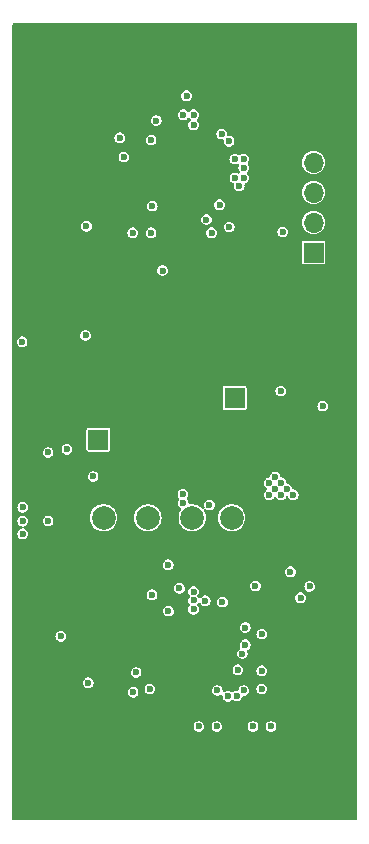
<source format=gbr>
%TF.GenerationSoftware,KiCad,Pcbnew,8.0.6*%
%TF.CreationDate,2024-12-19T09:16:50+01:00*%
%TF.ProjectId,Clicker_PCB,436c6963-6b65-4725-9f50-43422e6b6963,rev?*%
%TF.SameCoordinates,Original*%
%TF.FileFunction,Copper,L2,Inr*%
%TF.FilePolarity,Positive*%
%FSLAX46Y46*%
G04 Gerber Fmt 4.6, Leading zero omitted, Abs format (unit mm)*
G04 Created by KiCad (PCBNEW 8.0.6) date 2024-12-19 09:16:50*
%MOMM*%
%LPD*%
G01*
G04 APERTURE LIST*
%TA.AperFunction,ComponentPad*%
%ADD10C,0.700000*%
%TD*%
%TA.AperFunction,ComponentPad*%
%ADD11C,4.400000*%
%TD*%
%TA.AperFunction,ComponentPad*%
%ADD12R,1.700000X1.700000*%
%TD*%
%TA.AperFunction,ComponentPad*%
%ADD13O,1.700000X1.700000*%
%TD*%
%TA.AperFunction,HeatsinkPad*%
%ADD14C,0.500000*%
%TD*%
%TA.AperFunction,ComponentPad*%
%ADD15R,0.900000X0.500000*%
%TD*%
%TA.AperFunction,ComponentPad*%
%ADD16C,2.000000*%
%TD*%
%TA.AperFunction,ViaPad*%
%ADD17C,0.600000*%
%TD*%
G04 APERTURE END LIST*
D10*
%TO.N,GND*%
%TO.C,H1*%
X107650000Y-102275000D03*
X108133274Y-101108274D03*
X108133274Y-103441726D03*
X109300000Y-100625000D03*
D11*
X109300000Y-102275000D03*
D10*
X109300000Y-103925000D03*
X110466726Y-101108274D03*
X110466726Y-103441726D03*
X110950000Y-102275000D03*
%TD*%
D12*
%TO.N,/BAT*%
%TO.C,BT1*%
X124525000Y-130249999D03*
D13*
%TO.N,GND*%
X127065000Y-130249999D03*
%TD*%
D10*
%TO.N,GND*%
%TO.C,H3*%
X107650000Y-162275000D03*
X108133274Y-161108274D03*
X108133274Y-163441726D03*
X109300000Y-160625000D03*
D11*
X109300000Y-162275000D03*
D10*
X109300000Y-163925000D03*
X110466726Y-161108274D03*
X110466726Y-163441726D03*
X110950000Y-162275000D03*
%TD*%
D14*
%TO.N,GND*%
%TO.C,U4*%
X131450000Y-136400000D03*
X131450000Y-134200000D03*
X129250000Y-136400000D03*
X129250000Y-134200000D03*
%TD*%
D15*
%TO.N,GND*%
%TO.C,AE1*%
X113650000Y-98775000D03*
%TD*%
D10*
%TO.N,GND*%
%TO.C,H2*%
X129650000Y-102275000D03*
X130133274Y-101108274D03*
X130133274Y-103441726D03*
X131300000Y-100625000D03*
D11*
X131300000Y-102275000D03*
D10*
X131300000Y-103925000D03*
X132466726Y-101108274D03*
X132466726Y-103441726D03*
X132950000Y-102275000D03*
%TD*%
D16*
%TO.N,/UWB_MISO*%
%TO.C,TP5*%
X113425000Y-140400000D03*
%TD*%
D12*
%TO.N,/CLICKER*%
%TO.C,SW1*%
X112975000Y-133800000D03*
D13*
%TO.N,GND*%
X115515000Y-133800000D03*
%TD*%
D12*
%TO.N,/VIN*%
%TO.C,J1*%
X131200000Y-117950000D03*
D13*
%TO.N,/RX*%
X131200000Y-115410000D03*
%TO.N,/SWDIO*%
X131200000Y-112870001D03*
%TO.N,/SWCLK*%
X131200000Y-110330000D03*
%TO.N,GND*%
X131200000Y-107790000D03*
%TD*%
D10*
%TO.N,GND*%
%TO.C,H4*%
X129650000Y-162275000D03*
X130133274Y-161108274D03*
X130133274Y-163441726D03*
X131300000Y-160625000D03*
D11*
X131300000Y-162275000D03*
D10*
X131300000Y-163925000D03*
X132466726Y-161108274D03*
X132466726Y-163441726D03*
X132950000Y-162275000D03*
%TD*%
D16*
%TO.N,/UWB_NSS*%
%TO.C,TP7*%
X124275000Y-140400000D03*
%TD*%
%TO.N,/UWB_MOSI*%
%TO.C,TP4*%
X117175000Y-140400000D03*
%TD*%
%TO.N,/UWB_SCK*%
%TO.C,TP6*%
X120925000Y-140400000D03*
%TD*%
D17*
%TO.N,/BAT*%
X128425000Y-129675000D03*
X131975000Y-130950000D03*
X128600000Y-116200000D03*
%TO.N,GND*%
X122675000Y-98875000D03*
X114200000Y-146925000D03*
X120925000Y-134150000D03*
X108000000Y-152025000D03*
X127050000Y-165150000D03*
X125175000Y-99400000D03*
X106300000Y-165150000D03*
X106100000Y-106150000D03*
X108300000Y-165150000D03*
X134050000Y-165150000D03*
X134500000Y-118150001D03*
X106100000Y-120149999D03*
X132050000Y-165150000D03*
X119675000Y-98875000D03*
X118175000Y-99400000D03*
X134500000Y-156150000D03*
X120875000Y-164850000D03*
X117575000Y-100725000D03*
X134500000Y-116150001D03*
X134175000Y-99400000D03*
X113650000Y-149675000D03*
X134500000Y-137650000D03*
X126575000Y-135400000D03*
X106100000Y-160899999D03*
X110425000Y-99400000D03*
X120925000Y-131650000D03*
X125050000Y-165150000D03*
X132675000Y-98850000D03*
X106100000Y-110150000D03*
X123050000Y-100900000D03*
X106100000Y-105149999D03*
X123050000Y-102875000D03*
X124700000Y-101875000D03*
X107425000Y-143150000D03*
X123050000Y-103650000D03*
X116300000Y-161000000D03*
X120925000Y-135400000D03*
X123675000Y-104400000D03*
X134500000Y-101150000D03*
X134500000Y-145650000D03*
X129175000Y-99400000D03*
X134500000Y-128150000D03*
X118500000Y-154075000D03*
X117975000Y-165025000D03*
X124300000Y-138400000D03*
X117675000Y-98875000D03*
X106100000Y-145899999D03*
X133575000Y-165600000D03*
X121050000Y-100950000D03*
X119850000Y-144600000D03*
X134500000Y-158150001D03*
X124300000Y-134150000D03*
X117525000Y-164275000D03*
X106525000Y-123950000D03*
X131050000Y-165150000D03*
X133175000Y-99400000D03*
X126106250Y-125718748D03*
X123700000Y-98875000D03*
X134500000Y-143650000D03*
X112775000Y-165650000D03*
X126300000Y-102900000D03*
X106100000Y-103149999D03*
X124200000Y-99400000D03*
X107425000Y-139124999D03*
X106100000Y-156899999D03*
X126175000Y-99400000D03*
X134500000Y-105150000D03*
X134500000Y-160150001D03*
X106100000Y-109149999D03*
X134550000Y-165600000D03*
X119700000Y-103675000D03*
X125550000Y-165625000D03*
X106100000Y-114150000D03*
X107425000Y-141124999D03*
X129550000Y-165600000D03*
X113050000Y-109925000D03*
X106100000Y-147900000D03*
X111300000Y-165150000D03*
X107300000Y-165150000D03*
X106100000Y-152900000D03*
X134500000Y-138650000D03*
X134500000Y-131150001D03*
X134500000Y-114150000D03*
X106424999Y-99399999D03*
X118650000Y-150625000D03*
X132550000Y-165600000D03*
X122100000Y-150475000D03*
X121900000Y-110588909D03*
X116075000Y-136475000D03*
X116675000Y-158025000D03*
X106100000Y-100149999D03*
X119250000Y-100950000D03*
X107925000Y-136150000D03*
X134500000Y-161150000D03*
X115675000Y-101525000D03*
X129675000Y-98850000D03*
X116925000Y-100150000D03*
X110925000Y-98900000D03*
X121175000Y-99400000D03*
X116300000Y-165150000D03*
X115299780Y-165148097D03*
X106100000Y-151899999D03*
X134500000Y-141650001D03*
X110300000Y-165150000D03*
X116550000Y-103025000D03*
X106100000Y-112149999D03*
X117325000Y-104025000D03*
X116675000Y-98875000D03*
X106512500Y-127300000D03*
X134500000Y-125150001D03*
X120200000Y-162625000D03*
X122550000Y-165625000D03*
X122000000Y-165125000D03*
X114800000Y-98875000D03*
X124675000Y-104400000D03*
X107425000Y-142125000D03*
X119950000Y-157225000D03*
X125050000Y-108025000D03*
X127175000Y-102525000D03*
X124237500Y-143837500D03*
X106100000Y-157900000D03*
X128550000Y-165600000D03*
X120200000Y-99400000D03*
X134500000Y-127150000D03*
X132225000Y-122150000D03*
X106100000Y-161899999D03*
X126300000Y-100900000D03*
X134500000Y-104150001D03*
X134500000Y-120150000D03*
X106925000Y-98900000D03*
X131550000Y-165600000D03*
X118675000Y-98875000D03*
X106100000Y-121149999D03*
X106100000Y-102149999D03*
X108925000Y-98900000D03*
X114200000Y-155175000D03*
X129050000Y-165150000D03*
X126300000Y-100150000D03*
X116350000Y-163450000D03*
X127175000Y-99400000D03*
X113800000Y-165650000D03*
X110325000Y-139300000D03*
X123575000Y-165625000D03*
X134500000Y-113150000D03*
X107425000Y-138125000D03*
X120200000Y-163450000D03*
X111425000Y-99400000D03*
X106100000Y-163900000D03*
X116275000Y-162675000D03*
X121900000Y-112875000D03*
X114800000Y-165650000D03*
X106100000Y-119149999D03*
X132175000Y-99400000D03*
X126300000Y-103675000D03*
X122250000Y-159075000D03*
X124237500Y-146900000D03*
X108800000Y-120775000D03*
X122100000Y-154075000D03*
X127175000Y-101275000D03*
X106100000Y-118150000D03*
X106100000Y-108149999D03*
X133050000Y-165150000D03*
X119175000Y-99400000D03*
X108000000Y-155150000D03*
X106950000Y-100025000D03*
X128050000Y-165150000D03*
X134500000Y-142650000D03*
X134500000Y-112150000D03*
X120675000Y-98875000D03*
X121025000Y-102775000D03*
X130675000Y-98850000D03*
X114925000Y-99900000D03*
X133250000Y-154887501D03*
X134500000Y-163150000D03*
X109300000Y-165150000D03*
X117675000Y-165650000D03*
X128675000Y-98850000D03*
X111125000Y-148900000D03*
X131175000Y-99400000D03*
X134500000Y-132150001D03*
X126550000Y-165625000D03*
X110225000Y-112375000D03*
X116150000Y-102275000D03*
X109925000Y-98900000D03*
X114200000Y-145375000D03*
X110800000Y-165650000D03*
X116300000Y-161850000D03*
X134500000Y-106150000D03*
X106100000Y-146899999D03*
X106100000Y-153900000D03*
X106100000Y-162900000D03*
X134500000Y-109150001D03*
X134500000Y-115150000D03*
X127050000Y-147175000D03*
X111925000Y-98900000D03*
X107425000Y-99425000D03*
X124675000Y-98875000D03*
X134500000Y-157150000D03*
X131675000Y-98850000D03*
X127300000Y-108025000D03*
X107800000Y-165650000D03*
X118350000Y-100775000D03*
X118550000Y-165650000D03*
X115150000Y-100775000D03*
X124237500Y-145400000D03*
X124075000Y-165150000D03*
X116950000Y-157250000D03*
X120175000Y-159925000D03*
X113300000Y-165150000D03*
X120175000Y-158925000D03*
X125675000Y-98875000D03*
X106100000Y-158900000D03*
X126850000Y-159075000D03*
X122050000Y-100950000D03*
X126106250Y-127243748D03*
X106100000Y-154899999D03*
X123075000Y-165150000D03*
X106575000Y-133775000D03*
X117525000Y-145375000D03*
X119075000Y-117825000D03*
X106100000Y-115149999D03*
X134500000Y-111150001D03*
X134500000Y-164150000D03*
X127825000Y-154125000D03*
X117925000Y-103525000D03*
X134500000Y-110150001D03*
X115900000Y-117825000D03*
X133550000Y-164525000D03*
X121425000Y-165625000D03*
X134500000Y-144650000D03*
X119675000Y-158000000D03*
X134500000Y-122150000D03*
X120925000Y-137900000D03*
X112425000Y-99400000D03*
X134500000Y-103150001D03*
X116325000Y-160025000D03*
X134500000Y-126150000D03*
X134500000Y-119150000D03*
X122050000Y-102775000D03*
X126675000Y-98875000D03*
X130050000Y-165150000D03*
X109025000Y-146650000D03*
X106100000Y-144899999D03*
X134500000Y-147650001D03*
X109425000Y-99400000D03*
X116325000Y-159025000D03*
X134500000Y-148650001D03*
X106575000Y-136025000D03*
X106512500Y-128825000D03*
X108425000Y-99400000D03*
X127550000Y-165625000D03*
X107925000Y-98900000D03*
X106100000Y-143900000D03*
X127675000Y-98875000D03*
X114300000Y-165150000D03*
X130150000Y-154887501D03*
X120925000Y-129150000D03*
X125675000Y-104400000D03*
X117325000Y-103025000D03*
X106100000Y-101149999D03*
X117175000Y-99400000D03*
X123050000Y-100150000D03*
X114200000Y-153600000D03*
X134500000Y-159150001D03*
X118696922Y-110588909D03*
X120175000Y-161800000D03*
X134500000Y-102150001D03*
X107425000Y-140124999D03*
X120175000Y-160850000D03*
X117225000Y-165100000D03*
X118700000Y-112875000D03*
X126050000Y-165150000D03*
X134500000Y-130150001D03*
X117450000Y-156550000D03*
X106800000Y-165650000D03*
X106100000Y-104149999D03*
X106100000Y-150899999D03*
X106100000Y-107149999D03*
X106575000Y-134875001D03*
X112300000Y-165150000D03*
X106100000Y-148900000D03*
X106100000Y-122150000D03*
X128175000Y-99400000D03*
X116550000Y-164250000D03*
X122175000Y-99400000D03*
X106512500Y-130400000D03*
X134500000Y-121150000D03*
X120050000Y-100950000D03*
X134500000Y-140650001D03*
X106100000Y-149899999D03*
X106575000Y-132000000D03*
X120925000Y-130400000D03*
X106100000Y-113149999D03*
X134500000Y-107150000D03*
X134500000Y-117150001D03*
X106100000Y-111149999D03*
X134500000Y-162150000D03*
X106100000Y-117149999D03*
X123175000Y-99400000D03*
X120925000Y-136650000D03*
X134500000Y-146650001D03*
X115800000Y-107525000D03*
X121537500Y-143837500D03*
X121675000Y-98875000D03*
X130550000Y-165600000D03*
X106100000Y-155899999D03*
X134500000Y-129150000D03*
X134500000Y-123150001D03*
X109800000Y-165650000D03*
X115800000Y-165650000D03*
X134500000Y-108150000D03*
X134500000Y-124150001D03*
X124550000Y-165625000D03*
X106100000Y-159899999D03*
X124550000Y-158525000D03*
X107925000Y-133650000D03*
X134500000Y-139650001D03*
X130175000Y-99400000D03*
X120925000Y-132900000D03*
X113650000Y-151225000D03*
X108800000Y-122250000D03*
X111800000Y-165650000D03*
X106100000Y-116149999D03*
X115800000Y-112800000D03*
X106800000Y-164525000D03*
X133700000Y-98850000D03*
X134500000Y-100150000D03*
X134500000Y-133150000D03*
X120350000Y-164275000D03*
X112550000Y-108225000D03*
X116800000Y-165650000D03*
X108800000Y-165650000D03*
%TO.N,+3V3*%
X127450000Y-137450000D03*
X117547229Y-114025000D03*
X127600000Y-158075000D03*
X127450000Y-138450000D03*
X128925000Y-137975000D03*
X106574999Y-141775000D03*
X106575000Y-139525000D03*
X121500000Y-158075000D03*
X128450000Y-138450000D03*
X106575000Y-140675000D03*
X110325000Y-134600000D03*
X127950000Y-137950000D03*
X115150000Y-109850000D03*
X128450000Y-137450000D03*
X123025000Y-158075000D03*
X117450000Y-116275000D03*
X112537500Y-136912500D03*
X126825000Y-150250000D03*
X119850000Y-146375000D03*
X115900000Y-116275000D03*
X130875000Y-146225000D03*
X111900000Y-124975000D03*
X117525000Y-146925000D03*
X120450000Y-104675000D03*
X126825000Y-154900000D03*
X117875000Y-106775000D03*
X127950000Y-136950000D03*
X129475000Y-138450000D03*
X126275000Y-146175000D03*
X126075000Y-158075000D03*
X118425000Y-119475000D03*
X115925000Y-155175000D03*
%TO.N,/NRST*%
X108725000Y-134875000D03*
%TO.N,/UWB/UWB_VDDLDOA*%
X130100000Y-147175000D03*
X126825000Y-153350000D03*
%TO.N,/UWB/UWB_VCOTUNE*%
X117350000Y-154900000D03*
X112125000Y-154375000D03*
%TO.N,/UWB/UWB_VDDCLK*%
X116175000Y-153500000D03*
X109800000Y-150450000D03*
%TO.N,/STATUS*%
X106525000Y-125500000D03*
X125300000Y-110025000D03*
%TO.N,Net-(U1-B3)*%
X123250000Y-113900000D03*
X124054940Y-115779941D03*
%TO.N,/BOOT0*%
X111973591Y-115723591D03*
X124536091Y-110038909D03*
X108725000Y-140674999D03*
%TO.N,/UWB_IRQ*%
X118913909Y-148311091D03*
X118900000Y-144375000D03*
X122575000Y-116275001D03*
%TO.N,/UWB_SYNC*%
X121050000Y-146656580D03*
X123487500Y-147550000D03*
X122126232Y-115160503D03*
X125169973Y-151905027D03*
%TO.N,/HSE_OUT*%
X117450000Y-108425000D03*
X114800000Y-108225000D03*
%TO.N,/UWB_NSS*%
X123050000Y-155025000D03*
X125300000Y-110775000D03*
%TO.N,/UWB_TXE_SPIPOL*%
X125425000Y-149700000D03*
X124050000Y-108525000D03*
%TO.N,/UWB_SCK*%
X122387500Y-139316916D03*
X125299611Y-111625000D03*
X121049999Y-148156585D03*
%TO.N,/UWB_NRST*%
X124800000Y-153275000D03*
X121050000Y-107150000D03*
%TO.N,/UWB_MOSI*%
X120162500Y-139166672D03*
X124905801Y-112285023D03*
X122025000Y-147425000D03*
%TO.N,/UWB_MISO*%
X124549608Y-111625000D03*
X120146659Y-138416837D03*
X121050000Y-147406583D03*
%TO.N,/UWB_RXE_SPIPHA*%
X123425000Y-107900000D03*
X125425001Y-151155025D03*
%TO.N,/UWB_WKUP*%
X123950000Y-155525000D03*
X121050000Y-106275000D03*
%TO.N,/UWB_FORCE_ON*%
X120176409Y-106276409D03*
X124715683Y-155495188D03*
%TO.N,/UWB/UWB_EXTON*%
X125300000Y-155025000D03*
X129250000Y-144974998D03*
%TD*%
%TA.AperFunction,Conductor*%
%TO.N,GND*%
G36*
X134842539Y-98544685D02*
G01*
X134888294Y-98597489D01*
X134899500Y-98649000D01*
X134899500Y-165901000D01*
X134879815Y-165968039D01*
X134827011Y-166013794D01*
X134775500Y-166025000D01*
X105824500Y-166025000D01*
X105757461Y-166005315D01*
X105711706Y-165952511D01*
X105700500Y-165901000D01*
X105700500Y-158075000D01*
X121044867Y-158075000D01*
X121063302Y-158203225D01*
X121117117Y-158321061D01*
X121117118Y-158321063D01*
X121201951Y-158418967D01*
X121310931Y-158489004D01*
X121435225Y-158525499D01*
X121435227Y-158525500D01*
X121435228Y-158525500D01*
X121564773Y-158525500D01*
X121564773Y-158525499D01*
X121689069Y-158489004D01*
X121798049Y-158418967D01*
X121882882Y-158321063D01*
X121936697Y-158203226D01*
X121955133Y-158075000D01*
X122569867Y-158075000D01*
X122588302Y-158203225D01*
X122642117Y-158321061D01*
X122642118Y-158321063D01*
X122726951Y-158418967D01*
X122835931Y-158489004D01*
X122960225Y-158525499D01*
X122960227Y-158525500D01*
X122960228Y-158525500D01*
X123089773Y-158525500D01*
X123089773Y-158525499D01*
X123214069Y-158489004D01*
X123323049Y-158418967D01*
X123407882Y-158321063D01*
X123461697Y-158203226D01*
X123480133Y-158075000D01*
X125619867Y-158075000D01*
X125638302Y-158203225D01*
X125692117Y-158321061D01*
X125692118Y-158321063D01*
X125776951Y-158418967D01*
X125885931Y-158489004D01*
X126010225Y-158525499D01*
X126010227Y-158525500D01*
X126010228Y-158525500D01*
X126139773Y-158525500D01*
X126139773Y-158525499D01*
X126264069Y-158489004D01*
X126373049Y-158418967D01*
X126457882Y-158321063D01*
X126511697Y-158203226D01*
X126530133Y-158075000D01*
X127144867Y-158075000D01*
X127163302Y-158203225D01*
X127217117Y-158321061D01*
X127217118Y-158321063D01*
X127301951Y-158418967D01*
X127410931Y-158489004D01*
X127535225Y-158525499D01*
X127535227Y-158525500D01*
X127535228Y-158525500D01*
X127664773Y-158525500D01*
X127664773Y-158525499D01*
X127789069Y-158489004D01*
X127898049Y-158418967D01*
X127982882Y-158321063D01*
X128036697Y-158203226D01*
X128055133Y-158075000D01*
X128036697Y-157946774D01*
X127982882Y-157828937D01*
X127898049Y-157731033D01*
X127789069Y-157660996D01*
X127789065Y-157660994D01*
X127789064Y-157660994D01*
X127664774Y-157624500D01*
X127664772Y-157624500D01*
X127535228Y-157624500D01*
X127535226Y-157624500D01*
X127410935Y-157660994D01*
X127410932Y-157660995D01*
X127410931Y-157660996D01*
X127359677Y-157693934D01*
X127301950Y-157731033D01*
X127217118Y-157828937D01*
X127217117Y-157828938D01*
X127163302Y-157946774D01*
X127144867Y-158075000D01*
X126530133Y-158075000D01*
X126511697Y-157946774D01*
X126457882Y-157828937D01*
X126373049Y-157731033D01*
X126264069Y-157660996D01*
X126264065Y-157660994D01*
X126264064Y-157660994D01*
X126139774Y-157624500D01*
X126139772Y-157624500D01*
X126010228Y-157624500D01*
X126010226Y-157624500D01*
X125885935Y-157660994D01*
X125885932Y-157660995D01*
X125885931Y-157660996D01*
X125834677Y-157693934D01*
X125776950Y-157731033D01*
X125692118Y-157828937D01*
X125692117Y-157828938D01*
X125638302Y-157946774D01*
X125619867Y-158075000D01*
X123480133Y-158075000D01*
X123461697Y-157946774D01*
X123407882Y-157828937D01*
X123323049Y-157731033D01*
X123214069Y-157660996D01*
X123214065Y-157660994D01*
X123214064Y-157660994D01*
X123089774Y-157624500D01*
X123089772Y-157624500D01*
X122960228Y-157624500D01*
X122960226Y-157624500D01*
X122835935Y-157660994D01*
X122835932Y-157660995D01*
X122835931Y-157660996D01*
X122784677Y-157693934D01*
X122726950Y-157731033D01*
X122642118Y-157828937D01*
X122642117Y-157828938D01*
X122588302Y-157946774D01*
X122569867Y-158075000D01*
X121955133Y-158075000D01*
X121936697Y-157946774D01*
X121882882Y-157828937D01*
X121798049Y-157731033D01*
X121689069Y-157660996D01*
X121689065Y-157660994D01*
X121689064Y-157660994D01*
X121564774Y-157624500D01*
X121564772Y-157624500D01*
X121435228Y-157624500D01*
X121435226Y-157624500D01*
X121310935Y-157660994D01*
X121310932Y-157660995D01*
X121310931Y-157660996D01*
X121259677Y-157693934D01*
X121201950Y-157731033D01*
X121117118Y-157828937D01*
X121117117Y-157828938D01*
X121063302Y-157946774D01*
X121044867Y-158075000D01*
X105700500Y-158075000D01*
X105700500Y-155175000D01*
X115469867Y-155175000D01*
X115488302Y-155303225D01*
X115530634Y-155395917D01*
X115542118Y-155421063D01*
X115626951Y-155518967D01*
X115735931Y-155589004D01*
X115853124Y-155623414D01*
X115860225Y-155625499D01*
X115860227Y-155625500D01*
X115860228Y-155625500D01*
X115989773Y-155625500D01*
X115989773Y-155625499D01*
X116114069Y-155589004D01*
X116223049Y-155518967D01*
X116307882Y-155421063D01*
X116361697Y-155303226D01*
X116380133Y-155175000D01*
X116361697Y-155046774D01*
X116307882Y-154928937D01*
X116282808Y-154900000D01*
X116894867Y-154900000D01*
X116913302Y-155028225D01*
X116951102Y-155110993D01*
X116967118Y-155146063D01*
X117051951Y-155243967D01*
X117160931Y-155314004D01*
X117285225Y-155350499D01*
X117285227Y-155350500D01*
X117285228Y-155350500D01*
X117414773Y-155350500D01*
X117414773Y-155350499D01*
X117539069Y-155314004D01*
X117648049Y-155243967D01*
X117732882Y-155146063D01*
X117786697Y-155028226D01*
X117787161Y-155025000D01*
X122594867Y-155025000D01*
X122613302Y-155153225D01*
X122657099Y-155249125D01*
X122667118Y-155271063D01*
X122751951Y-155368967D01*
X122860931Y-155439004D01*
X122985225Y-155475499D01*
X122985227Y-155475500D01*
X122985228Y-155475500D01*
X123114773Y-155475500D01*
X123114773Y-155475499D01*
X123239069Y-155439004D01*
X123306115Y-155395915D01*
X123373151Y-155376232D01*
X123440191Y-155395916D01*
X123485946Y-155448720D01*
X123495891Y-155517872D01*
X123494867Y-155524996D01*
X123494867Y-155524999D01*
X123513302Y-155653225D01*
X123553503Y-155741251D01*
X123567118Y-155771063D01*
X123651951Y-155868967D01*
X123760931Y-155939004D01*
X123885225Y-155975499D01*
X123885227Y-155975500D01*
X123885228Y-155975500D01*
X124014773Y-155975500D01*
X124014773Y-155975499D01*
X124139069Y-155939004D01*
X124248049Y-155868967D01*
X124254934Y-155861020D01*
X124313710Y-155823244D01*
X124383580Y-155823241D01*
X124415689Y-155837905D01*
X124526614Y-155909192D01*
X124526616Y-155909193D01*
X124650908Y-155945687D01*
X124650910Y-155945688D01*
X124650911Y-155945688D01*
X124780456Y-155945688D01*
X124780456Y-155945687D01*
X124904752Y-155909192D01*
X125013732Y-155839155D01*
X125098565Y-155741251D01*
X125152380Y-155623414D01*
X125157327Y-155589005D01*
X125158356Y-155581852D01*
X125187382Y-155518297D01*
X125246160Y-155480523D01*
X125281094Y-155475500D01*
X125364773Y-155475500D01*
X125364773Y-155475499D01*
X125489069Y-155439004D01*
X125598049Y-155368967D01*
X125682882Y-155271063D01*
X125736697Y-155153226D01*
X125755133Y-155025000D01*
X125737161Y-154900000D01*
X126369867Y-154900000D01*
X126388302Y-155028225D01*
X126426102Y-155110993D01*
X126442118Y-155146063D01*
X126526951Y-155243967D01*
X126635931Y-155314004D01*
X126760225Y-155350499D01*
X126760227Y-155350500D01*
X126760228Y-155350500D01*
X126889773Y-155350500D01*
X126889773Y-155350499D01*
X127014069Y-155314004D01*
X127123049Y-155243967D01*
X127207882Y-155146063D01*
X127261697Y-155028226D01*
X127280133Y-154900000D01*
X127261697Y-154771774D01*
X127207882Y-154653937D01*
X127123049Y-154556033D01*
X127014069Y-154485996D01*
X127014065Y-154485994D01*
X127014064Y-154485994D01*
X126889774Y-154449500D01*
X126889772Y-154449500D01*
X126760228Y-154449500D01*
X126760226Y-154449500D01*
X126635935Y-154485994D01*
X126635932Y-154485995D01*
X126635931Y-154485996D01*
X126609121Y-154503226D01*
X126526950Y-154556033D01*
X126442118Y-154653937D01*
X126442117Y-154653938D01*
X126388302Y-154771774D01*
X126369867Y-154900000D01*
X125737161Y-154900000D01*
X125736697Y-154896774D01*
X125682882Y-154778937D01*
X125598049Y-154681033D01*
X125489069Y-154610996D01*
X125489065Y-154610994D01*
X125489064Y-154610994D01*
X125364774Y-154574500D01*
X125364772Y-154574500D01*
X125235228Y-154574500D01*
X125235226Y-154574500D01*
X125110935Y-154610994D01*
X125110932Y-154610995D01*
X125110931Y-154610996D01*
X125059677Y-154643934D01*
X125001950Y-154681033D01*
X124917118Y-154778937D01*
X124917117Y-154778938D01*
X124863302Y-154896774D01*
X124857327Y-154938336D01*
X124828301Y-155001891D01*
X124769523Y-155039665D01*
X124734589Y-155044688D01*
X124650909Y-155044688D01*
X124526618Y-155081182D01*
X124526615Y-155081183D01*
X124526614Y-155081184D01*
X124495349Y-155101277D01*
X124417631Y-155151222D01*
X124410742Y-155159173D01*
X124351963Y-155196945D01*
X124282093Y-155196943D01*
X124249993Y-155182283D01*
X124248050Y-155181034D01*
X124248049Y-155181033D01*
X124139069Y-155110996D01*
X124139068Y-155110995D01*
X124139064Y-155110993D01*
X124014774Y-155074500D01*
X124014772Y-155074500D01*
X123885228Y-155074500D01*
X123885226Y-155074500D01*
X123760933Y-155110994D01*
X123760932Y-155110994D01*
X123693885Y-155154083D01*
X123626846Y-155173767D01*
X123559806Y-155154082D01*
X123514052Y-155101277D01*
X123504109Y-155032119D01*
X123505133Y-155025000D01*
X123486697Y-154896774D01*
X123432882Y-154778937D01*
X123348049Y-154681033D01*
X123239069Y-154610996D01*
X123239065Y-154610994D01*
X123239064Y-154610994D01*
X123114774Y-154574500D01*
X123114772Y-154574500D01*
X122985228Y-154574500D01*
X122985226Y-154574500D01*
X122860935Y-154610994D01*
X122860932Y-154610995D01*
X122860931Y-154610996D01*
X122809677Y-154643934D01*
X122751950Y-154681033D01*
X122667118Y-154778937D01*
X122667117Y-154778938D01*
X122613302Y-154896774D01*
X122594867Y-155025000D01*
X117787161Y-155025000D01*
X117805133Y-154900000D01*
X117786697Y-154771774D01*
X117732882Y-154653937D01*
X117648049Y-154556033D01*
X117539069Y-154485996D01*
X117539065Y-154485994D01*
X117539064Y-154485994D01*
X117414774Y-154449500D01*
X117414772Y-154449500D01*
X117285228Y-154449500D01*
X117285226Y-154449500D01*
X117160935Y-154485994D01*
X117160932Y-154485995D01*
X117160931Y-154485996D01*
X117134121Y-154503226D01*
X117051950Y-154556033D01*
X116967118Y-154653937D01*
X116967117Y-154653938D01*
X116913302Y-154771774D01*
X116894867Y-154900000D01*
X116282808Y-154900000D01*
X116223049Y-154831033D01*
X116114069Y-154760996D01*
X116114065Y-154760994D01*
X116114064Y-154760994D01*
X115989774Y-154724500D01*
X115989772Y-154724500D01*
X115860228Y-154724500D01*
X115860226Y-154724500D01*
X115735935Y-154760994D01*
X115735932Y-154760995D01*
X115735931Y-154760996D01*
X115708013Y-154778938D01*
X115626950Y-154831033D01*
X115542118Y-154928937D01*
X115542117Y-154928938D01*
X115488302Y-155046774D01*
X115469867Y-155175000D01*
X105700500Y-155175000D01*
X105700500Y-154375000D01*
X111669867Y-154375000D01*
X111688302Y-154503225D01*
X111742117Y-154621061D01*
X111742118Y-154621063D01*
X111826951Y-154718967D01*
X111935931Y-154789004D01*
X112060225Y-154825499D01*
X112060227Y-154825500D01*
X112060228Y-154825500D01*
X112189773Y-154825500D01*
X112189773Y-154825499D01*
X112314069Y-154789004D01*
X112423049Y-154718967D01*
X112507882Y-154621063D01*
X112561697Y-154503226D01*
X112580133Y-154375000D01*
X112561697Y-154246774D01*
X112507882Y-154128937D01*
X112423049Y-154031033D01*
X112314069Y-153960996D01*
X112314065Y-153960994D01*
X112314064Y-153960994D01*
X112189774Y-153924500D01*
X112189772Y-153924500D01*
X112060228Y-153924500D01*
X112060226Y-153924500D01*
X111935935Y-153960994D01*
X111935932Y-153960995D01*
X111935931Y-153960996D01*
X111884677Y-153993934D01*
X111826950Y-154031033D01*
X111742118Y-154128937D01*
X111742117Y-154128938D01*
X111688302Y-154246774D01*
X111669867Y-154375000D01*
X105700500Y-154375000D01*
X105700500Y-153500000D01*
X115719867Y-153500000D01*
X115738302Y-153628225D01*
X115782727Y-153725500D01*
X115792118Y-153746063D01*
X115876951Y-153843967D01*
X115985931Y-153914004D01*
X116110225Y-153950499D01*
X116110227Y-153950500D01*
X116110228Y-153950500D01*
X116239773Y-153950500D01*
X116239773Y-153950499D01*
X116364069Y-153914004D01*
X116473049Y-153843967D01*
X116557882Y-153746063D01*
X116611697Y-153628226D01*
X116630133Y-153500000D01*
X116611697Y-153371774D01*
X116567501Y-153275000D01*
X124344867Y-153275000D01*
X124363302Y-153403225D01*
X124397554Y-153478225D01*
X124417118Y-153521063D01*
X124501951Y-153618967D01*
X124610931Y-153689004D01*
X124627834Y-153693967D01*
X124735225Y-153725499D01*
X124735227Y-153725500D01*
X124735228Y-153725500D01*
X124864773Y-153725500D01*
X124864773Y-153725499D01*
X124989069Y-153689004D01*
X125098049Y-153618967D01*
X125182882Y-153521063D01*
X125236697Y-153403226D01*
X125244350Y-153350000D01*
X126369867Y-153350000D01*
X126388302Y-153478225D01*
X126407866Y-153521063D01*
X126442118Y-153596063D01*
X126526951Y-153693967D01*
X126635931Y-153764004D01*
X126760225Y-153800499D01*
X126760227Y-153800500D01*
X126760228Y-153800500D01*
X126889773Y-153800500D01*
X126889773Y-153800499D01*
X127014069Y-153764004D01*
X127123049Y-153693967D01*
X127207882Y-153596063D01*
X127261697Y-153478226D01*
X127280133Y-153350000D01*
X127261697Y-153221774D01*
X127207882Y-153103937D01*
X127123049Y-153006033D01*
X127014069Y-152935996D01*
X127014065Y-152935994D01*
X127014064Y-152935994D01*
X126889774Y-152899500D01*
X126889772Y-152899500D01*
X126760228Y-152899500D01*
X126760226Y-152899500D01*
X126635935Y-152935994D01*
X126635932Y-152935995D01*
X126635931Y-152935996D01*
X126584677Y-152968934D01*
X126526950Y-153006033D01*
X126442118Y-153103937D01*
X126442117Y-153103938D01*
X126388302Y-153221774D01*
X126369867Y-153350000D01*
X125244350Y-153350000D01*
X125255133Y-153275000D01*
X125236697Y-153146774D01*
X125182882Y-153028937D01*
X125098049Y-152931033D01*
X124989069Y-152860996D01*
X124989065Y-152860994D01*
X124989064Y-152860994D01*
X124864774Y-152824500D01*
X124864772Y-152824500D01*
X124735228Y-152824500D01*
X124735226Y-152824500D01*
X124610935Y-152860994D01*
X124610932Y-152860995D01*
X124610931Y-152860996D01*
X124559677Y-152893934D01*
X124501950Y-152931033D01*
X124417118Y-153028937D01*
X124417117Y-153028938D01*
X124363302Y-153146774D01*
X124344867Y-153275000D01*
X116567501Y-153275000D01*
X116557882Y-153253937D01*
X116473049Y-153156033D01*
X116364069Y-153085996D01*
X116364065Y-153085994D01*
X116364064Y-153085994D01*
X116239774Y-153049500D01*
X116239772Y-153049500D01*
X116110228Y-153049500D01*
X116110226Y-153049500D01*
X115985935Y-153085994D01*
X115985932Y-153085995D01*
X115985931Y-153085996D01*
X115958013Y-153103938D01*
X115876950Y-153156033D01*
X115792118Y-153253937D01*
X115792117Y-153253938D01*
X115738302Y-153371774D01*
X115719867Y-153500000D01*
X105700500Y-153500000D01*
X105700500Y-151905027D01*
X124714840Y-151905027D01*
X124733275Y-152033252D01*
X124787090Y-152151088D01*
X124787091Y-152151090D01*
X124871924Y-152248994D01*
X124980904Y-152319031D01*
X125105198Y-152355526D01*
X125105200Y-152355527D01*
X125105201Y-152355527D01*
X125234746Y-152355527D01*
X125234746Y-152355526D01*
X125359042Y-152319031D01*
X125468022Y-152248994D01*
X125552855Y-152151090D01*
X125606670Y-152033253D01*
X125625106Y-151905027D01*
X125606670Y-151776801D01*
X125579626Y-151717585D01*
X125569683Y-151648427D01*
X125598708Y-151584872D01*
X125625376Y-151561762D01*
X125723050Y-151498992D01*
X125807883Y-151401088D01*
X125861698Y-151283251D01*
X125880134Y-151155025D01*
X125861698Y-151026799D01*
X125807883Y-150908962D01*
X125723050Y-150811058D01*
X125614070Y-150741021D01*
X125614066Y-150741019D01*
X125614065Y-150741019D01*
X125489775Y-150704525D01*
X125489773Y-150704525D01*
X125360229Y-150704525D01*
X125360227Y-150704525D01*
X125235936Y-150741019D01*
X125235933Y-150741020D01*
X125235932Y-150741021D01*
X125184678Y-150773959D01*
X125126951Y-150811058D01*
X125042119Y-150908962D01*
X125042118Y-150908963D01*
X124988303Y-151026799D01*
X124969868Y-151155025D01*
X124988303Y-151283251D01*
X124988304Y-151283252D01*
X125015346Y-151342466D01*
X125025290Y-151411624D01*
X124996265Y-151475180D01*
X124969592Y-151498292D01*
X124871924Y-151561059D01*
X124787091Y-151658964D01*
X124787090Y-151658965D01*
X124733275Y-151776801D01*
X124714840Y-151905027D01*
X105700500Y-151905027D01*
X105700500Y-150450000D01*
X109344867Y-150450000D01*
X109363302Y-150578225D01*
X109402477Y-150664004D01*
X109417118Y-150696063D01*
X109501951Y-150793967D01*
X109610931Y-150864004D01*
X109735225Y-150900499D01*
X109735227Y-150900500D01*
X109735228Y-150900500D01*
X109864773Y-150900500D01*
X109864773Y-150900499D01*
X109989069Y-150864004D01*
X110098049Y-150793967D01*
X110182882Y-150696063D01*
X110236697Y-150578226D01*
X110255133Y-150450000D01*
X110236697Y-150321774D01*
X110203919Y-150250000D01*
X126369867Y-150250000D01*
X126388302Y-150378225D01*
X126421081Y-150450000D01*
X126442118Y-150496063D01*
X126526951Y-150593967D01*
X126635931Y-150664004D01*
X126745117Y-150696063D01*
X126760225Y-150700499D01*
X126760227Y-150700500D01*
X126760228Y-150700500D01*
X126889773Y-150700500D01*
X126889773Y-150700499D01*
X127014069Y-150664004D01*
X127123049Y-150593967D01*
X127207882Y-150496063D01*
X127261697Y-150378226D01*
X127280133Y-150250000D01*
X127261697Y-150121774D01*
X127207882Y-150003937D01*
X127123049Y-149906033D01*
X127014069Y-149835996D01*
X127014065Y-149835994D01*
X127014064Y-149835994D01*
X126889774Y-149799500D01*
X126889772Y-149799500D01*
X126760228Y-149799500D01*
X126760226Y-149799500D01*
X126635935Y-149835994D01*
X126635932Y-149835995D01*
X126635931Y-149835996D01*
X126584677Y-149868934D01*
X126526950Y-149906033D01*
X126442118Y-150003937D01*
X126442117Y-150003938D01*
X126388302Y-150121774D01*
X126369867Y-150250000D01*
X110203919Y-150250000D01*
X110182882Y-150203937D01*
X110098049Y-150106033D01*
X109989069Y-150035996D01*
X109989065Y-150035994D01*
X109989064Y-150035994D01*
X109864774Y-149999500D01*
X109864772Y-149999500D01*
X109735228Y-149999500D01*
X109735226Y-149999500D01*
X109610935Y-150035994D01*
X109610932Y-150035995D01*
X109610931Y-150035996D01*
X109559677Y-150068934D01*
X109501950Y-150106033D01*
X109417118Y-150203937D01*
X109417117Y-150203938D01*
X109363302Y-150321774D01*
X109344867Y-150450000D01*
X105700500Y-150450000D01*
X105700500Y-149700000D01*
X124969867Y-149700000D01*
X124988302Y-149828225D01*
X125042117Y-149946061D01*
X125042118Y-149946063D01*
X125126951Y-150043967D01*
X125235931Y-150114004D01*
X125262394Y-150121774D01*
X125360225Y-150150499D01*
X125360227Y-150150500D01*
X125360228Y-150150500D01*
X125489773Y-150150500D01*
X125489773Y-150150499D01*
X125614069Y-150114004D01*
X125723049Y-150043967D01*
X125807882Y-149946063D01*
X125861697Y-149828226D01*
X125880133Y-149700000D01*
X125861697Y-149571774D01*
X125807882Y-149453937D01*
X125723049Y-149356033D01*
X125614069Y-149285996D01*
X125614065Y-149285994D01*
X125614064Y-149285994D01*
X125489774Y-149249500D01*
X125489772Y-149249500D01*
X125360228Y-149249500D01*
X125360226Y-149249500D01*
X125235935Y-149285994D01*
X125235932Y-149285995D01*
X125235931Y-149285996D01*
X125184677Y-149318934D01*
X125126950Y-149356033D01*
X125042118Y-149453937D01*
X125042117Y-149453938D01*
X124988302Y-149571774D01*
X124969867Y-149700000D01*
X105700500Y-149700000D01*
X105700500Y-148311091D01*
X118458776Y-148311091D01*
X118477211Y-148439316D01*
X118505177Y-148500551D01*
X118531027Y-148557154D01*
X118615860Y-148655058D01*
X118724840Y-148725095D01*
X118849134Y-148761590D01*
X118849136Y-148761591D01*
X118849137Y-148761591D01*
X118978682Y-148761591D01*
X118978682Y-148761590D01*
X119102978Y-148725095D01*
X119211958Y-148655058D01*
X119296791Y-148557154D01*
X119350606Y-148439317D01*
X119369042Y-148311091D01*
X119350606Y-148182865D01*
X119338604Y-148156585D01*
X120594866Y-148156585D01*
X120613301Y-148284810D01*
X120667116Y-148402646D01*
X120667117Y-148402648D01*
X120751950Y-148500552D01*
X120860930Y-148570589D01*
X120985224Y-148607084D01*
X120985226Y-148607085D01*
X120985227Y-148607085D01*
X121114772Y-148607085D01*
X121114772Y-148607084D01*
X121239068Y-148570589D01*
X121348048Y-148500552D01*
X121432881Y-148402648D01*
X121486696Y-148284811D01*
X121505132Y-148156585D01*
X121486696Y-148028359D01*
X121432881Y-147910522D01*
X121391517Y-147862785D01*
X121362494Y-147799230D01*
X121372438Y-147730072D01*
X121391514Y-147700387D01*
X121432882Y-147652646D01*
X121432883Y-147652643D01*
X121438039Y-147646693D01*
X121496817Y-147608918D01*
X121566687Y-147608918D01*
X121625465Y-147646691D01*
X121636624Y-147664052D01*
X121637324Y-147663603D01*
X121642116Y-147671059D01*
X121642118Y-147671063D01*
X121648325Y-147678226D01*
X121722592Y-147763937D01*
X121726951Y-147768967D01*
X121835931Y-147839004D01*
X121960225Y-147875499D01*
X121960227Y-147875500D01*
X121960228Y-147875500D01*
X122089773Y-147875500D01*
X122089773Y-147875499D01*
X122214069Y-147839004D01*
X122323049Y-147768967D01*
X122407882Y-147671063D01*
X122461697Y-147553226D01*
X122462161Y-147550000D01*
X123032367Y-147550000D01*
X123050802Y-147678225D01*
X123104617Y-147796061D01*
X123104618Y-147796063D01*
X123189451Y-147893967D01*
X123298431Y-147964004D01*
X123422725Y-148000499D01*
X123422727Y-148000500D01*
X123422728Y-148000500D01*
X123552273Y-148000500D01*
X123552273Y-148000499D01*
X123676569Y-147964004D01*
X123785549Y-147893967D01*
X123870382Y-147796063D01*
X123924197Y-147678226D01*
X123942633Y-147550000D01*
X123924197Y-147421774D01*
X123870382Y-147303937D01*
X123785549Y-147206033D01*
X123737261Y-147175000D01*
X129644867Y-147175000D01*
X129663302Y-147303225D01*
X129663628Y-147303938D01*
X129717118Y-147421063D01*
X129801951Y-147518967D01*
X129910931Y-147589004D01*
X129978754Y-147608918D01*
X130035225Y-147625499D01*
X130035227Y-147625500D01*
X130035228Y-147625500D01*
X130164773Y-147625500D01*
X130164773Y-147625499D01*
X130289069Y-147589004D01*
X130398049Y-147518967D01*
X130482882Y-147421063D01*
X130536697Y-147303226D01*
X130555133Y-147175000D01*
X130536697Y-147046774D01*
X130482882Y-146928937D01*
X130398049Y-146831033D01*
X130289069Y-146760996D01*
X130289065Y-146760994D01*
X130289064Y-146760994D01*
X130164774Y-146724500D01*
X130164772Y-146724500D01*
X130035228Y-146724500D01*
X130035226Y-146724500D01*
X129910935Y-146760994D01*
X129910932Y-146760995D01*
X129910931Y-146760996D01*
X129873882Y-146784806D01*
X129801950Y-146831033D01*
X129717118Y-146928937D01*
X129717117Y-146928938D01*
X129663302Y-147046774D01*
X129644867Y-147175000D01*
X123737261Y-147175000D01*
X123676569Y-147135996D01*
X123676565Y-147135994D01*
X123676564Y-147135994D01*
X123552274Y-147099500D01*
X123552272Y-147099500D01*
X123422728Y-147099500D01*
X123422726Y-147099500D01*
X123298435Y-147135994D01*
X123298432Y-147135995D01*
X123298431Y-147135996D01*
X123260279Y-147160515D01*
X123189450Y-147206033D01*
X123104618Y-147303937D01*
X123104617Y-147303938D01*
X123050802Y-147421774D01*
X123032367Y-147550000D01*
X122462161Y-147550000D01*
X122480133Y-147425000D01*
X122461697Y-147296774D01*
X122407882Y-147178937D01*
X122323049Y-147081033D01*
X122214069Y-147010996D01*
X122214065Y-147010994D01*
X122214064Y-147010994D01*
X122089774Y-146974500D01*
X122089772Y-146974500D01*
X121960228Y-146974500D01*
X121960226Y-146974500D01*
X121835935Y-147010994D01*
X121835932Y-147010995D01*
X121835931Y-147010996D01*
X121726951Y-147081033D01*
X121726948Y-147081035D01*
X121636959Y-147184889D01*
X121578181Y-147222664D01*
X121508312Y-147222664D01*
X121449533Y-147184890D01*
X121438376Y-147167529D01*
X121437676Y-147167980D01*
X121432882Y-147160521D01*
X121432882Y-147160520D01*
X121391517Y-147112782D01*
X121362494Y-147049227D01*
X121372438Y-146980069D01*
X121391516Y-146950382D01*
X121432882Y-146902643D01*
X121486697Y-146784806D01*
X121505133Y-146656580D01*
X121486697Y-146528354D01*
X121432882Y-146410517D01*
X121348049Y-146312613D01*
X121239069Y-146242576D01*
X121239065Y-146242574D01*
X121239064Y-146242574D01*
X121114774Y-146206080D01*
X121114772Y-146206080D01*
X120985228Y-146206080D01*
X120985226Y-146206080D01*
X120860935Y-146242574D01*
X120860932Y-146242575D01*
X120860931Y-146242576D01*
X120809677Y-146275514D01*
X120751950Y-146312613D01*
X120667118Y-146410517D01*
X120667117Y-146410518D01*
X120613302Y-146528354D01*
X120594867Y-146656580D01*
X120613302Y-146784805D01*
X120634414Y-146831033D01*
X120667118Y-146902643D01*
X120708480Y-146950378D01*
X120708481Y-146950379D01*
X120737505Y-147013935D01*
X120727561Y-147083093D01*
X120708481Y-147112782D01*
X120667120Y-147160515D01*
X120667117Y-147160521D01*
X120613302Y-147278357D01*
X120594867Y-147406583D01*
X120613302Y-147534808D01*
X120664398Y-147646691D01*
X120667118Y-147652646D01*
X120689282Y-147678225D01*
X120708480Y-147700381D01*
X120737504Y-147763937D01*
X120727560Y-147833096D01*
X120708480Y-147862784D01*
X120667119Y-147910517D01*
X120667116Y-147910523D01*
X120613301Y-148028359D01*
X120594866Y-148156585D01*
X119338604Y-148156585D01*
X119296791Y-148065028D01*
X119211958Y-147967124D01*
X119102978Y-147897087D01*
X119102974Y-147897085D01*
X119102973Y-147897085D01*
X118978683Y-147860591D01*
X118978681Y-147860591D01*
X118849137Y-147860591D01*
X118849135Y-147860591D01*
X118724844Y-147897085D01*
X118724841Y-147897086D01*
X118724840Y-147897087D01*
X118673586Y-147930025D01*
X118615859Y-147967124D01*
X118531027Y-148065028D01*
X118531026Y-148065029D01*
X118477211Y-148182865D01*
X118458776Y-148311091D01*
X105700500Y-148311091D01*
X105700500Y-146925000D01*
X117069867Y-146925000D01*
X117088302Y-147053225D01*
X117140504Y-147167529D01*
X117142118Y-147171063D01*
X117226951Y-147268967D01*
X117335931Y-147339004D01*
X117460225Y-147375499D01*
X117460227Y-147375500D01*
X117460228Y-147375500D01*
X117589773Y-147375500D01*
X117589773Y-147375499D01*
X117714069Y-147339004D01*
X117823049Y-147268967D01*
X117907882Y-147171063D01*
X117961697Y-147053226D01*
X117980133Y-146925000D01*
X117961697Y-146796774D01*
X117907882Y-146678937D01*
X117823049Y-146581033D01*
X117714069Y-146510996D01*
X117714065Y-146510994D01*
X117714064Y-146510994D01*
X117589774Y-146474500D01*
X117589772Y-146474500D01*
X117460228Y-146474500D01*
X117460226Y-146474500D01*
X117335935Y-146510994D01*
X117335932Y-146510995D01*
X117335931Y-146510996D01*
X117284677Y-146543934D01*
X117226950Y-146581033D01*
X117142118Y-146678937D01*
X117142117Y-146678938D01*
X117088302Y-146796774D01*
X117069867Y-146925000D01*
X105700500Y-146925000D01*
X105700500Y-146375000D01*
X119394867Y-146375000D01*
X119413302Y-146503225D01*
X119452477Y-146589004D01*
X119467118Y-146621063D01*
X119551951Y-146718967D01*
X119660931Y-146789004D01*
X119687394Y-146796774D01*
X119785225Y-146825499D01*
X119785227Y-146825500D01*
X119785228Y-146825500D01*
X119914773Y-146825500D01*
X119914773Y-146825499D01*
X120039069Y-146789004D01*
X120148049Y-146718967D01*
X120232882Y-146621063D01*
X120286697Y-146503226D01*
X120305133Y-146375000D01*
X120286697Y-146246774D01*
X120253919Y-146175000D01*
X125819867Y-146175000D01*
X125838302Y-146303225D01*
X125871081Y-146375000D01*
X125892118Y-146421063D01*
X125976951Y-146518967D01*
X126085931Y-146589004D01*
X126195117Y-146621063D01*
X126210225Y-146625499D01*
X126210227Y-146625500D01*
X126210228Y-146625500D01*
X126339773Y-146625500D01*
X126339773Y-146625499D01*
X126464069Y-146589004D01*
X126573049Y-146518967D01*
X126657882Y-146421063D01*
X126711697Y-146303226D01*
X126722944Y-146225000D01*
X130419867Y-146225000D01*
X130438302Y-146353225D01*
X130469283Y-146421062D01*
X130492118Y-146471063D01*
X130576951Y-146568967D01*
X130685931Y-146639004D01*
X130745791Y-146656580D01*
X130810225Y-146675499D01*
X130810227Y-146675500D01*
X130810228Y-146675500D01*
X130939773Y-146675500D01*
X130939773Y-146675499D01*
X131064069Y-146639004D01*
X131173049Y-146568967D01*
X131257882Y-146471063D01*
X131311697Y-146353226D01*
X131330133Y-146225000D01*
X131311697Y-146096774D01*
X131257882Y-145978937D01*
X131173049Y-145881033D01*
X131064069Y-145810996D01*
X131064065Y-145810994D01*
X131064064Y-145810994D01*
X130939774Y-145774500D01*
X130939772Y-145774500D01*
X130810228Y-145774500D01*
X130810226Y-145774500D01*
X130685935Y-145810994D01*
X130685932Y-145810995D01*
X130685931Y-145810996D01*
X130654753Y-145831033D01*
X130576950Y-145881033D01*
X130492118Y-145978937D01*
X130492117Y-145978938D01*
X130438302Y-146096774D01*
X130419867Y-146225000D01*
X126722944Y-146225000D01*
X126730133Y-146175000D01*
X126711697Y-146046774D01*
X126657882Y-145928937D01*
X126573049Y-145831033D01*
X126464069Y-145760996D01*
X126464065Y-145760994D01*
X126464064Y-145760994D01*
X126339774Y-145724500D01*
X126339772Y-145724500D01*
X126210228Y-145724500D01*
X126210226Y-145724500D01*
X126085935Y-145760994D01*
X126085932Y-145760995D01*
X126085931Y-145760996D01*
X126034677Y-145793934D01*
X125976950Y-145831033D01*
X125892118Y-145928937D01*
X125892117Y-145928938D01*
X125838302Y-146046774D01*
X125819867Y-146175000D01*
X120253919Y-146175000D01*
X120232882Y-146128937D01*
X120148049Y-146031033D01*
X120039069Y-145960996D01*
X120039065Y-145960994D01*
X120039064Y-145960994D01*
X119914774Y-145924500D01*
X119914772Y-145924500D01*
X119785228Y-145924500D01*
X119785226Y-145924500D01*
X119660935Y-145960994D01*
X119660932Y-145960995D01*
X119660931Y-145960996D01*
X119633013Y-145978938D01*
X119551950Y-146031033D01*
X119467118Y-146128937D01*
X119467117Y-146128938D01*
X119413302Y-146246774D01*
X119394867Y-146375000D01*
X105700500Y-146375000D01*
X105700500Y-144974998D01*
X128794867Y-144974998D01*
X128813302Y-145103223D01*
X128867117Y-145221059D01*
X128867118Y-145221061D01*
X128951951Y-145318965D01*
X129060931Y-145389002D01*
X129185225Y-145425497D01*
X129185227Y-145425498D01*
X129185228Y-145425498D01*
X129314773Y-145425498D01*
X129314773Y-145425497D01*
X129439069Y-145389002D01*
X129548049Y-145318965D01*
X129632882Y-145221061D01*
X129686697Y-145103224D01*
X129705133Y-144974998D01*
X129686697Y-144846772D01*
X129632882Y-144728935D01*
X129548049Y-144631031D01*
X129439069Y-144560994D01*
X129439065Y-144560992D01*
X129439064Y-144560992D01*
X129314774Y-144524498D01*
X129314772Y-144524498D01*
X129185228Y-144524498D01*
X129185226Y-144524498D01*
X129060935Y-144560992D01*
X129060932Y-144560993D01*
X129060931Y-144560994D01*
X129009677Y-144593932D01*
X128951950Y-144631031D01*
X128867118Y-144728935D01*
X128867117Y-144728936D01*
X128813302Y-144846772D01*
X128794867Y-144974998D01*
X105700500Y-144974998D01*
X105700500Y-144375000D01*
X118444867Y-144375000D01*
X118463302Y-144503225D01*
X118489684Y-144560992D01*
X118517118Y-144621063D01*
X118601951Y-144718967D01*
X118710931Y-144789004D01*
X118835225Y-144825499D01*
X118835227Y-144825500D01*
X118835228Y-144825500D01*
X118964773Y-144825500D01*
X118964773Y-144825499D01*
X119089069Y-144789004D01*
X119198049Y-144718967D01*
X119282882Y-144621063D01*
X119336697Y-144503226D01*
X119355133Y-144375000D01*
X119336697Y-144246774D01*
X119282882Y-144128937D01*
X119198049Y-144031033D01*
X119089069Y-143960996D01*
X119089065Y-143960994D01*
X119089064Y-143960994D01*
X118964774Y-143924500D01*
X118964772Y-143924500D01*
X118835228Y-143924500D01*
X118835226Y-143924500D01*
X118710935Y-143960994D01*
X118710932Y-143960995D01*
X118710931Y-143960996D01*
X118659677Y-143993934D01*
X118601950Y-144031033D01*
X118517118Y-144128937D01*
X118517117Y-144128938D01*
X118463302Y-144246774D01*
X118444867Y-144375000D01*
X105700500Y-144375000D01*
X105700500Y-141775000D01*
X106119866Y-141775000D01*
X106138301Y-141903225D01*
X106192116Y-142021061D01*
X106192117Y-142021063D01*
X106276950Y-142118967D01*
X106385930Y-142189004D01*
X106510224Y-142225499D01*
X106510226Y-142225500D01*
X106510227Y-142225500D01*
X106639772Y-142225500D01*
X106639772Y-142225499D01*
X106764068Y-142189004D01*
X106873048Y-142118967D01*
X106957881Y-142021063D01*
X107011696Y-141903226D01*
X107030132Y-141775000D01*
X107011696Y-141646774D01*
X106957881Y-141528937D01*
X106873048Y-141431033D01*
X106764068Y-141360996D01*
X106764064Y-141360994D01*
X106764063Y-141360994D01*
X106706107Y-141343977D01*
X106647329Y-141306204D01*
X106618303Y-141242648D01*
X106628246Y-141173490D01*
X106674001Y-141120685D01*
X106706105Y-141106023D01*
X106764069Y-141089004D01*
X106873049Y-141018967D01*
X106957882Y-140921063D01*
X107011697Y-140803226D01*
X107030133Y-140675000D01*
X107030133Y-140674999D01*
X108269867Y-140674999D01*
X108288302Y-140803224D01*
X108342117Y-140921060D01*
X108342118Y-140921062D01*
X108426951Y-141018966D01*
X108535931Y-141089003D01*
X108593894Y-141106022D01*
X108660225Y-141125498D01*
X108660227Y-141125499D01*
X108660228Y-141125499D01*
X108789773Y-141125499D01*
X108789773Y-141125498D01*
X108914069Y-141089003D01*
X109023049Y-141018966D01*
X109107882Y-140921062D01*
X109161697Y-140803225D01*
X109180133Y-140674999D01*
X109161697Y-140546773D01*
X109107882Y-140428936D01*
X109082808Y-140399999D01*
X112269571Y-140399999D01*
X112269571Y-140400000D01*
X112289244Y-140612310D01*
X112347596Y-140817392D01*
X112347596Y-140817394D01*
X112442632Y-141008253D01*
X112531173Y-141125499D01*
X112571128Y-141178407D01*
X112728698Y-141322052D01*
X112909981Y-141434298D01*
X113108802Y-141511321D01*
X113318390Y-141550500D01*
X113318392Y-141550500D01*
X113531608Y-141550500D01*
X113531610Y-141550500D01*
X113741198Y-141511321D01*
X113940019Y-141434298D01*
X114121302Y-141322052D01*
X114278872Y-141178407D01*
X114407366Y-141008255D01*
X114502405Y-140817389D01*
X114560756Y-140612310D01*
X114580429Y-140400000D01*
X114580429Y-140399999D01*
X116019571Y-140399999D01*
X116019571Y-140400000D01*
X116039244Y-140612310D01*
X116097596Y-140817392D01*
X116097596Y-140817394D01*
X116192632Y-141008253D01*
X116281173Y-141125499D01*
X116321128Y-141178407D01*
X116478698Y-141322052D01*
X116659981Y-141434298D01*
X116858802Y-141511321D01*
X117068390Y-141550500D01*
X117068392Y-141550500D01*
X117281608Y-141550500D01*
X117281610Y-141550500D01*
X117491198Y-141511321D01*
X117690019Y-141434298D01*
X117871302Y-141322052D01*
X118028872Y-141178407D01*
X118157366Y-141008255D01*
X118252405Y-140817389D01*
X118310756Y-140612310D01*
X118330429Y-140400000D01*
X118310756Y-140187690D01*
X118252405Y-139982611D01*
X118252403Y-139982606D01*
X118252403Y-139982605D01*
X118157367Y-139791746D01*
X118028872Y-139621593D01*
X118013121Y-139607234D01*
X117871302Y-139477948D01*
X117690019Y-139365702D01*
X117690017Y-139365701D01*
X117507251Y-139294898D01*
X117491198Y-139288679D01*
X117281610Y-139249500D01*
X117068390Y-139249500D01*
X116858802Y-139288679D01*
X116858799Y-139288679D01*
X116858799Y-139288680D01*
X116659982Y-139365701D01*
X116659980Y-139365702D01*
X116478699Y-139477947D01*
X116321127Y-139621593D01*
X116192632Y-139791746D01*
X116097596Y-139982605D01*
X116097596Y-139982607D01*
X116039244Y-140187689D01*
X116019571Y-140399999D01*
X114580429Y-140399999D01*
X114560756Y-140187690D01*
X114502405Y-139982611D01*
X114502403Y-139982606D01*
X114502403Y-139982605D01*
X114407367Y-139791746D01*
X114278872Y-139621593D01*
X114263121Y-139607234D01*
X114121302Y-139477948D01*
X113940019Y-139365702D01*
X113940017Y-139365701D01*
X113757251Y-139294898D01*
X113741198Y-139288679D01*
X113531610Y-139249500D01*
X113318390Y-139249500D01*
X113108802Y-139288679D01*
X113108799Y-139288679D01*
X113108799Y-139288680D01*
X112909982Y-139365701D01*
X112909980Y-139365702D01*
X112728699Y-139477947D01*
X112571127Y-139621593D01*
X112442632Y-139791746D01*
X112347596Y-139982605D01*
X112347596Y-139982607D01*
X112289244Y-140187689D01*
X112269571Y-140399999D01*
X109082808Y-140399999D01*
X109023049Y-140331032D01*
X108914069Y-140260995D01*
X108914065Y-140260993D01*
X108914064Y-140260993D01*
X108789774Y-140224499D01*
X108789772Y-140224499D01*
X108660228Y-140224499D01*
X108660226Y-140224499D01*
X108535935Y-140260993D01*
X108535932Y-140260994D01*
X108535931Y-140260995D01*
X108484677Y-140293933D01*
X108426950Y-140331032D01*
X108342118Y-140428936D01*
X108342117Y-140428937D01*
X108288302Y-140546773D01*
X108269867Y-140674999D01*
X107030133Y-140674999D01*
X107011697Y-140546774D01*
X106957882Y-140428937D01*
X106873049Y-140331033D01*
X106764069Y-140260996D01*
X106764065Y-140260994D01*
X106764064Y-140260994D01*
X106639774Y-140224500D01*
X106639772Y-140224500D01*
X106510228Y-140224500D01*
X106510226Y-140224500D01*
X106385935Y-140260994D01*
X106385932Y-140260995D01*
X106385931Y-140260996D01*
X106334677Y-140293934D01*
X106276950Y-140331033D01*
X106192118Y-140428937D01*
X106192117Y-140428938D01*
X106138302Y-140546774D01*
X106119867Y-140675000D01*
X106138302Y-140803225D01*
X106144771Y-140817389D01*
X106192118Y-140921063D01*
X106276951Y-141018967D01*
X106385931Y-141089004D01*
X106443892Y-141106022D01*
X106502668Y-141143795D01*
X106531695Y-141207350D01*
X106521752Y-141276508D01*
X106475998Y-141329313D01*
X106443892Y-141343976D01*
X106385933Y-141360994D01*
X106276949Y-141431033D01*
X106192117Y-141528937D01*
X106192116Y-141528938D01*
X106138301Y-141646774D01*
X106119866Y-141775000D01*
X105700500Y-141775000D01*
X105700500Y-139525000D01*
X106119867Y-139525000D01*
X106138302Y-139653225D01*
X106179323Y-139743046D01*
X106192118Y-139771063D01*
X106276951Y-139868967D01*
X106385931Y-139939004D01*
X106510225Y-139975499D01*
X106510227Y-139975500D01*
X106510228Y-139975500D01*
X106639773Y-139975500D01*
X106639773Y-139975499D01*
X106764069Y-139939004D01*
X106873049Y-139868967D01*
X106957882Y-139771063D01*
X107011697Y-139653226D01*
X107030133Y-139525000D01*
X107011697Y-139396774D01*
X106957882Y-139278937D01*
X106873049Y-139181033D01*
X106764069Y-139110996D01*
X106764065Y-139110994D01*
X106764064Y-139110994D01*
X106639774Y-139074500D01*
X106639772Y-139074500D01*
X106510228Y-139074500D01*
X106510226Y-139074500D01*
X106385935Y-139110994D01*
X106385932Y-139110995D01*
X106385931Y-139110996D01*
X106334677Y-139143934D01*
X106276950Y-139181033D01*
X106192118Y-139278937D01*
X106192117Y-139278938D01*
X106138302Y-139396774D01*
X106119867Y-139525000D01*
X105700500Y-139525000D01*
X105700500Y-138416837D01*
X119691526Y-138416837D01*
X119709961Y-138545062D01*
X119763776Y-138662898D01*
X119763779Y-138662904D01*
X119812987Y-138719693D01*
X119842012Y-138783249D01*
X119832068Y-138852407D01*
X119812988Y-138882096D01*
X119779620Y-138920604D01*
X119779617Y-138920610D01*
X119725802Y-139038446D01*
X119707367Y-139166672D01*
X119725802Y-139294897D01*
X119735858Y-139316916D01*
X119779618Y-139412735D01*
X119864451Y-139510639D01*
X119947494Y-139564007D01*
X119993247Y-139616809D01*
X120003191Y-139685967D01*
X119979408Y-139743046D01*
X119942634Y-139791743D01*
X119847596Y-139982605D01*
X119847596Y-139982607D01*
X119789244Y-140187689D01*
X119769571Y-140399999D01*
X119769571Y-140400000D01*
X119789244Y-140612310D01*
X119847596Y-140817392D01*
X119847596Y-140817394D01*
X119942632Y-141008253D01*
X120031173Y-141125499D01*
X120071128Y-141178407D01*
X120228698Y-141322052D01*
X120409981Y-141434298D01*
X120608802Y-141511321D01*
X120818390Y-141550500D01*
X120818392Y-141550500D01*
X121031608Y-141550500D01*
X121031610Y-141550500D01*
X121241198Y-141511321D01*
X121440019Y-141434298D01*
X121621302Y-141322052D01*
X121778872Y-141178407D01*
X121907366Y-141008255D01*
X122002405Y-140817389D01*
X122060756Y-140612310D01*
X122080429Y-140400000D01*
X122080429Y-140399999D01*
X123119571Y-140399999D01*
X123119571Y-140400000D01*
X123139244Y-140612310D01*
X123197596Y-140817392D01*
X123197596Y-140817394D01*
X123292632Y-141008253D01*
X123381173Y-141125499D01*
X123421128Y-141178407D01*
X123578698Y-141322052D01*
X123759981Y-141434298D01*
X123958802Y-141511321D01*
X124168390Y-141550500D01*
X124168392Y-141550500D01*
X124381608Y-141550500D01*
X124381610Y-141550500D01*
X124591198Y-141511321D01*
X124790019Y-141434298D01*
X124971302Y-141322052D01*
X125128872Y-141178407D01*
X125257366Y-141008255D01*
X125352405Y-140817389D01*
X125410756Y-140612310D01*
X125430429Y-140400000D01*
X125410756Y-140187690D01*
X125352405Y-139982611D01*
X125352403Y-139982606D01*
X125352403Y-139982605D01*
X125257367Y-139791746D01*
X125128872Y-139621593D01*
X125113121Y-139607234D01*
X124971302Y-139477948D01*
X124790019Y-139365702D01*
X124790017Y-139365701D01*
X124607251Y-139294898D01*
X124591198Y-139288679D01*
X124381610Y-139249500D01*
X124168390Y-139249500D01*
X123958802Y-139288679D01*
X123958799Y-139288679D01*
X123958799Y-139288680D01*
X123759982Y-139365701D01*
X123759980Y-139365702D01*
X123578699Y-139477947D01*
X123421127Y-139621593D01*
X123292632Y-139791746D01*
X123197596Y-139982605D01*
X123197596Y-139982607D01*
X123139244Y-140187689D01*
X123119571Y-140399999D01*
X122080429Y-140399999D01*
X122060756Y-140187690D01*
X122002405Y-139982611D01*
X122002403Y-139982607D01*
X121970754Y-139919047D01*
X121926495Y-139830162D01*
X121914235Y-139761379D01*
X121941108Y-139696884D01*
X121998584Y-139657157D01*
X122068414Y-139654809D01*
X122104535Y-139670577D01*
X122198431Y-139730920D01*
X122322725Y-139767415D01*
X122322727Y-139767416D01*
X122322728Y-139767416D01*
X122452273Y-139767416D01*
X122452273Y-139767415D01*
X122576569Y-139730920D01*
X122685549Y-139660883D01*
X122770382Y-139562979D01*
X122824197Y-139445142D01*
X122842633Y-139316916D01*
X122824197Y-139188690D01*
X122770382Y-139070853D01*
X122685549Y-138972949D01*
X122576569Y-138902912D01*
X122576565Y-138902910D01*
X122576564Y-138902910D01*
X122452274Y-138866416D01*
X122452272Y-138866416D01*
X122322728Y-138866416D01*
X122322726Y-138866416D01*
X122198435Y-138902910D01*
X122198432Y-138902911D01*
X122198431Y-138902912D01*
X122147177Y-138935850D01*
X122089450Y-138972949D01*
X122004618Y-139070853D01*
X122004617Y-139070854D01*
X121950802Y-139188690D01*
X121932367Y-139316916D01*
X121950802Y-139445142D01*
X121950803Y-139445143D01*
X121959454Y-139464086D01*
X121969398Y-139533244D01*
X121940373Y-139596800D01*
X121881595Y-139634574D01*
X121811725Y-139634574D01*
X121763122Y-139607234D01*
X121621303Y-139477949D01*
X121621302Y-139477948D01*
X121440019Y-139365702D01*
X121440017Y-139365701D01*
X121257251Y-139294898D01*
X121241198Y-139288679D01*
X121031610Y-139249500D01*
X120818390Y-139249500D01*
X120804451Y-139252105D01*
X120761602Y-139260115D01*
X120692087Y-139253083D01*
X120637409Y-139209585D01*
X120616080Y-139155873D01*
X120603856Y-139070854D01*
X120599197Y-139038446D01*
X120545382Y-138920609D01*
X120545380Y-138920607D01*
X120545379Y-138920604D01*
X120496171Y-138863815D01*
X120467146Y-138800259D01*
X120477090Y-138731101D01*
X120496168Y-138701414D01*
X120529541Y-138662900D01*
X120583356Y-138545063D01*
X120601792Y-138416837D01*
X120583356Y-138288611D01*
X120529541Y-138170774D01*
X120444708Y-138072870D01*
X120335728Y-138002833D01*
X120335724Y-138002831D01*
X120335723Y-138002831D01*
X120211433Y-137966337D01*
X120211431Y-137966337D01*
X120081887Y-137966337D01*
X120081885Y-137966337D01*
X119957594Y-138002831D01*
X119957591Y-138002832D01*
X119957590Y-138002833D01*
X119913447Y-138031202D01*
X119848609Y-138072870D01*
X119763777Y-138170774D01*
X119763776Y-138170775D01*
X119709961Y-138288611D01*
X119691526Y-138416837D01*
X105700500Y-138416837D01*
X105700500Y-137450000D01*
X126994867Y-137450000D01*
X127013302Y-137578225D01*
X127037419Y-137631033D01*
X127067118Y-137696063D01*
X127151951Y-137793967D01*
X127232425Y-137845684D01*
X127278180Y-137898488D01*
X127288124Y-137967647D01*
X127259099Y-138031202D01*
X127232426Y-138054314D01*
X127203698Y-138072776D01*
X127151950Y-138106033D01*
X127067118Y-138203937D01*
X127067117Y-138203938D01*
X127013302Y-138321774D01*
X126994867Y-138450000D01*
X127013302Y-138578225D01*
X127062794Y-138686595D01*
X127067118Y-138696063D01*
X127151951Y-138793967D01*
X127260931Y-138864004D01*
X127385225Y-138900499D01*
X127385227Y-138900500D01*
X127385228Y-138900500D01*
X127514773Y-138900500D01*
X127514773Y-138900499D01*
X127639069Y-138864004D01*
X127748049Y-138793967D01*
X127832882Y-138696063D01*
X127837206Y-138686595D01*
X127882961Y-138633791D01*
X127950000Y-138614107D01*
X128017040Y-138633792D01*
X128062794Y-138686595D01*
X128067118Y-138696063D01*
X128151951Y-138793967D01*
X128260931Y-138864004D01*
X128385225Y-138900499D01*
X128385227Y-138900500D01*
X128385228Y-138900500D01*
X128514773Y-138900500D01*
X128514773Y-138900499D01*
X128639069Y-138864004D01*
X128748049Y-138793967D01*
X128832882Y-138696063D01*
X128849706Y-138659223D01*
X128895461Y-138606420D01*
X128962500Y-138586736D01*
X129029540Y-138606421D01*
X129075293Y-138659223D01*
X129092118Y-138696063D01*
X129176951Y-138793967D01*
X129285931Y-138864004D01*
X129410225Y-138900499D01*
X129410227Y-138900500D01*
X129410228Y-138900500D01*
X129539773Y-138900500D01*
X129539773Y-138900499D01*
X129664069Y-138864004D01*
X129773049Y-138793967D01*
X129857882Y-138696063D01*
X129911697Y-138578226D01*
X129930133Y-138450000D01*
X129911697Y-138321774D01*
X129857882Y-138203937D01*
X129773049Y-138106033D01*
X129664069Y-138035996D01*
X129664065Y-138035994D01*
X129664064Y-138035994D01*
X129539774Y-137999500D01*
X129539772Y-137999500D01*
X129491102Y-137999500D01*
X129424063Y-137979815D01*
X129378308Y-137927011D01*
X129368364Y-137893146D01*
X129361697Y-137846774D01*
X129361199Y-137845684D01*
X129307882Y-137728937D01*
X129223049Y-137631033D01*
X129114069Y-137560996D01*
X129114065Y-137560994D01*
X129114064Y-137560994D01*
X128989048Y-137524287D01*
X128930270Y-137486514D01*
X128901245Y-137422961D01*
X128886697Y-137321774D01*
X128832882Y-137203937D01*
X128748049Y-137106033D01*
X128639069Y-137035996D01*
X128639065Y-137035994D01*
X128639064Y-137035994D01*
X128514774Y-136999500D01*
X128505995Y-136998238D01*
X128506375Y-136995588D01*
X128452658Y-136979815D01*
X128406903Y-136927011D01*
X128396959Y-136893147D01*
X128386697Y-136821774D01*
X128332882Y-136703938D01*
X128332882Y-136703937D01*
X128248049Y-136606033D01*
X128139069Y-136535996D01*
X128139065Y-136535994D01*
X128139064Y-136535994D01*
X128014774Y-136499500D01*
X128014772Y-136499500D01*
X127885228Y-136499500D01*
X127885226Y-136499500D01*
X127760935Y-136535994D01*
X127760932Y-136535995D01*
X127760931Y-136535996D01*
X127710302Y-136568533D01*
X127651950Y-136606033D01*
X127567118Y-136703937D01*
X127567117Y-136703938D01*
X127513302Y-136821774D01*
X127503041Y-136893147D01*
X127474016Y-136956703D01*
X127415238Y-136994477D01*
X127393905Y-136997544D01*
X127394005Y-136998238D01*
X127385225Y-136999500D01*
X127260935Y-137035994D01*
X127260932Y-137035995D01*
X127260931Y-137035996D01*
X127209677Y-137068934D01*
X127151950Y-137106033D01*
X127067118Y-137203937D01*
X127067117Y-137203938D01*
X127013302Y-137321774D01*
X126994867Y-137450000D01*
X105700500Y-137450000D01*
X105700500Y-136912500D01*
X112082367Y-136912500D01*
X112100802Y-137040725D01*
X112130628Y-137106033D01*
X112154618Y-137158563D01*
X112239451Y-137256467D01*
X112348431Y-137326504D01*
X112472725Y-137362999D01*
X112472727Y-137363000D01*
X112472728Y-137363000D01*
X112602273Y-137363000D01*
X112602273Y-137362999D01*
X112726569Y-137326504D01*
X112835549Y-137256467D01*
X112920382Y-137158563D01*
X112974197Y-137040726D01*
X112992633Y-136912500D01*
X112974197Y-136784274D01*
X112920382Y-136666437D01*
X112835549Y-136568533D01*
X112726569Y-136498496D01*
X112726565Y-136498494D01*
X112726564Y-136498494D01*
X112602274Y-136462000D01*
X112602272Y-136462000D01*
X112472728Y-136462000D01*
X112472726Y-136462000D01*
X112348435Y-136498494D01*
X112348432Y-136498495D01*
X112348431Y-136498496D01*
X112297177Y-136531434D01*
X112239450Y-136568533D01*
X112154618Y-136666437D01*
X112154617Y-136666438D01*
X112100802Y-136784274D01*
X112082367Y-136912500D01*
X105700500Y-136912500D01*
X105700500Y-134875000D01*
X108269867Y-134875000D01*
X108288302Y-135003225D01*
X108342117Y-135121061D01*
X108342118Y-135121063D01*
X108426951Y-135218967D01*
X108535931Y-135289004D01*
X108660225Y-135325499D01*
X108660227Y-135325500D01*
X108660228Y-135325500D01*
X108789773Y-135325500D01*
X108789773Y-135325499D01*
X108914069Y-135289004D01*
X109023049Y-135218967D01*
X109107882Y-135121063D01*
X109161697Y-135003226D01*
X109180133Y-134875000D01*
X109161697Y-134746774D01*
X109107882Y-134628937D01*
X109082808Y-134600000D01*
X109869867Y-134600000D01*
X109888302Y-134728225D01*
X109917322Y-134791768D01*
X109942118Y-134846063D01*
X110026951Y-134943967D01*
X110135931Y-135014004D01*
X110260225Y-135050499D01*
X110260227Y-135050500D01*
X110260228Y-135050500D01*
X110389773Y-135050500D01*
X110389773Y-135050499D01*
X110514069Y-135014004D01*
X110623049Y-134943967D01*
X110707882Y-134846063D01*
X110761697Y-134728226D01*
X110770813Y-134664822D01*
X111974499Y-134664822D01*
X111983231Y-134708717D01*
X111983232Y-134708721D01*
X111983233Y-134708722D01*
X112016496Y-134758504D01*
X112066278Y-134791767D01*
X112066281Y-134791767D01*
X112066282Y-134791768D01*
X112110177Y-134800500D01*
X112110180Y-134800500D01*
X113839822Y-134800500D01*
X113883717Y-134791768D01*
X113883717Y-134791767D01*
X113883722Y-134791767D01*
X113933504Y-134758504D01*
X113966767Y-134708722D01*
X113975500Y-134664820D01*
X113975500Y-132935180D01*
X113975500Y-132935177D01*
X113966768Y-132891282D01*
X113966767Y-132891281D01*
X113966767Y-132891278D01*
X113933504Y-132841496D01*
X113933503Y-132841495D01*
X113883724Y-132808234D01*
X113883717Y-132808231D01*
X113839822Y-132799500D01*
X113839820Y-132799500D01*
X112110180Y-132799500D01*
X112110178Y-132799500D01*
X112066282Y-132808231D01*
X112066275Y-132808234D01*
X112016496Y-132841495D01*
X112016495Y-132841496D01*
X111983234Y-132891275D01*
X111983231Y-132891282D01*
X111974500Y-132935177D01*
X111974500Y-132935180D01*
X111974500Y-134664820D01*
X111974500Y-134664822D01*
X111974499Y-134664822D01*
X110770813Y-134664822D01*
X110780133Y-134600000D01*
X110761697Y-134471774D01*
X110707882Y-134353937D01*
X110623049Y-134256033D01*
X110514069Y-134185996D01*
X110514065Y-134185994D01*
X110514064Y-134185994D01*
X110389774Y-134149500D01*
X110389772Y-134149500D01*
X110260228Y-134149500D01*
X110260226Y-134149500D01*
X110135935Y-134185994D01*
X110135932Y-134185995D01*
X110135931Y-134185996D01*
X110084677Y-134218934D01*
X110026950Y-134256033D01*
X109942118Y-134353937D01*
X109942117Y-134353938D01*
X109888302Y-134471774D01*
X109869867Y-134600000D01*
X109082808Y-134600000D01*
X109023049Y-134531033D01*
X108914069Y-134460996D01*
X108914065Y-134460994D01*
X108914064Y-134460994D01*
X108789774Y-134424500D01*
X108789772Y-134424500D01*
X108660228Y-134424500D01*
X108660226Y-134424500D01*
X108535935Y-134460994D01*
X108535932Y-134460995D01*
X108535931Y-134460996D01*
X108484677Y-134493934D01*
X108426950Y-134531033D01*
X108342118Y-134628937D01*
X108342117Y-134628938D01*
X108288302Y-134746774D01*
X108269867Y-134875000D01*
X105700500Y-134875000D01*
X105700500Y-131114821D01*
X123524499Y-131114821D01*
X123533231Y-131158716D01*
X123533234Y-131158723D01*
X123558183Y-131196062D01*
X123566496Y-131208503D01*
X123616278Y-131241766D01*
X123616281Y-131241766D01*
X123616282Y-131241767D01*
X123660177Y-131250499D01*
X123660180Y-131250499D01*
X125389822Y-131250499D01*
X125433717Y-131241767D01*
X125433717Y-131241766D01*
X125433722Y-131241766D01*
X125483504Y-131208503D01*
X125516767Y-131158721D01*
X125525500Y-131114819D01*
X125525500Y-130950000D01*
X131519867Y-130950000D01*
X131538302Y-131078225D01*
X131575062Y-131158716D01*
X131592118Y-131196063D01*
X131676951Y-131293967D01*
X131785931Y-131364004D01*
X131910225Y-131400499D01*
X131910227Y-131400500D01*
X131910228Y-131400500D01*
X132039773Y-131400500D01*
X132039773Y-131400499D01*
X132164069Y-131364004D01*
X132273049Y-131293967D01*
X132357882Y-131196063D01*
X132411697Y-131078226D01*
X132430133Y-130950000D01*
X132411697Y-130821774D01*
X132357882Y-130703937D01*
X132273049Y-130606033D01*
X132164069Y-130535996D01*
X132164065Y-130535994D01*
X132164064Y-130535994D01*
X132039774Y-130499500D01*
X132039772Y-130499500D01*
X131910228Y-130499500D01*
X131910226Y-130499500D01*
X131785935Y-130535994D01*
X131785932Y-130535995D01*
X131785931Y-130535996D01*
X131734677Y-130568934D01*
X131676950Y-130606033D01*
X131592118Y-130703937D01*
X131592117Y-130703938D01*
X131538302Y-130821774D01*
X131519867Y-130950000D01*
X125525500Y-130950000D01*
X125525500Y-129675000D01*
X127969867Y-129675000D01*
X127988302Y-129803225D01*
X128042117Y-129921061D01*
X128042118Y-129921063D01*
X128126951Y-130018967D01*
X128235931Y-130089004D01*
X128360225Y-130125499D01*
X128360227Y-130125500D01*
X128360228Y-130125500D01*
X128489773Y-130125500D01*
X128489773Y-130125499D01*
X128614069Y-130089004D01*
X128723049Y-130018967D01*
X128807882Y-129921063D01*
X128861697Y-129803226D01*
X128880133Y-129675000D01*
X128861697Y-129546774D01*
X128807882Y-129428937D01*
X128723049Y-129331033D01*
X128614069Y-129260996D01*
X128614065Y-129260994D01*
X128614064Y-129260994D01*
X128489774Y-129224500D01*
X128489772Y-129224500D01*
X128360228Y-129224500D01*
X128360226Y-129224500D01*
X128235935Y-129260994D01*
X128235932Y-129260995D01*
X128235931Y-129260996D01*
X128184677Y-129293934D01*
X128126950Y-129331033D01*
X128042118Y-129428937D01*
X128042117Y-129428938D01*
X127988302Y-129546774D01*
X127969867Y-129675000D01*
X125525500Y-129675000D01*
X125525500Y-129385179D01*
X125525500Y-129385176D01*
X125516768Y-129341281D01*
X125516767Y-129341280D01*
X125516767Y-129341277D01*
X125483504Y-129291495D01*
X125437856Y-129260994D01*
X125433724Y-129258233D01*
X125433717Y-129258230D01*
X125389822Y-129249499D01*
X125389820Y-129249499D01*
X123660180Y-129249499D01*
X123660178Y-129249499D01*
X123616282Y-129258230D01*
X123616275Y-129258233D01*
X123566496Y-129291494D01*
X123566495Y-129291495D01*
X123533234Y-129341274D01*
X123533231Y-129341281D01*
X123524500Y-129385176D01*
X123524500Y-129385179D01*
X123524500Y-131114819D01*
X123524500Y-131114821D01*
X123524499Y-131114821D01*
X105700500Y-131114821D01*
X105700500Y-125500000D01*
X106069867Y-125500000D01*
X106088302Y-125628225D01*
X106142117Y-125746061D01*
X106142118Y-125746063D01*
X106226951Y-125843967D01*
X106335931Y-125914004D01*
X106460225Y-125950499D01*
X106460227Y-125950500D01*
X106460228Y-125950500D01*
X106589773Y-125950500D01*
X106589773Y-125950499D01*
X106714069Y-125914004D01*
X106823049Y-125843967D01*
X106907882Y-125746063D01*
X106961697Y-125628226D01*
X106980133Y-125500000D01*
X106961697Y-125371774D01*
X106907882Y-125253937D01*
X106823049Y-125156033D01*
X106714069Y-125085996D01*
X106714065Y-125085994D01*
X106714064Y-125085994D01*
X106589774Y-125049500D01*
X106589772Y-125049500D01*
X106460228Y-125049500D01*
X106460226Y-125049500D01*
X106335935Y-125085994D01*
X106335932Y-125085995D01*
X106335931Y-125085996D01*
X106309121Y-125103226D01*
X106226950Y-125156033D01*
X106142118Y-125253937D01*
X106142117Y-125253938D01*
X106088302Y-125371774D01*
X106069867Y-125500000D01*
X105700500Y-125500000D01*
X105700500Y-124975000D01*
X111444867Y-124975000D01*
X111463302Y-125103225D01*
X111487419Y-125156033D01*
X111517118Y-125221063D01*
X111601951Y-125318967D01*
X111710931Y-125389004D01*
X111835225Y-125425499D01*
X111835227Y-125425500D01*
X111835228Y-125425500D01*
X111964773Y-125425500D01*
X111964773Y-125425499D01*
X112089069Y-125389004D01*
X112198049Y-125318967D01*
X112282882Y-125221063D01*
X112336697Y-125103226D01*
X112355133Y-124975000D01*
X112336697Y-124846774D01*
X112282882Y-124728937D01*
X112198049Y-124631033D01*
X112089069Y-124560996D01*
X112089065Y-124560994D01*
X112089064Y-124560994D01*
X111964774Y-124524500D01*
X111964772Y-124524500D01*
X111835228Y-124524500D01*
X111835226Y-124524500D01*
X111710935Y-124560994D01*
X111710932Y-124560995D01*
X111710931Y-124560996D01*
X111659677Y-124593934D01*
X111601950Y-124631033D01*
X111517118Y-124728937D01*
X111517117Y-124728938D01*
X111463302Y-124846774D01*
X111444867Y-124975000D01*
X105700500Y-124975000D01*
X105700500Y-119475000D01*
X117969867Y-119475000D01*
X117988302Y-119603225D01*
X118042117Y-119721061D01*
X118042118Y-119721063D01*
X118126951Y-119818967D01*
X118235931Y-119889004D01*
X118360225Y-119925499D01*
X118360227Y-119925500D01*
X118360228Y-119925500D01*
X118489773Y-119925500D01*
X118489773Y-119925499D01*
X118614069Y-119889004D01*
X118723049Y-119818967D01*
X118807882Y-119721063D01*
X118861697Y-119603226D01*
X118880133Y-119475000D01*
X118861697Y-119346774D01*
X118807882Y-119228937D01*
X118723049Y-119131033D01*
X118614069Y-119060996D01*
X118614065Y-119060994D01*
X118614064Y-119060994D01*
X118489774Y-119024500D01*
X118489772Y-119024500D01*
X118360228Y-119024500D01*
X118360226Y-119024500D01*
X118235935Y-119060994D01*
X118235932Y-119060995D01*
X118235931Y-119060996D01*
X118184677Y-119093934D01*
X118126950Y-119131033D01*
X118042118Y-119228937D01*
X118042117Y-119228938D01*
X117988302Y-119346774D01*
X117969867Y-119475000D01*
X105700500Y-119475000D01*
X105700500Y-118814822D01*
X130199499Y-118814822D01*
X130208231Y-118858717D01*
X130208232Y-118858721D01*
X130208233Y-118858722D01*
X130241496Y-118908504D01*
X130291278Y-118941767D01*
X130291281Y-118941767D01*
X130291282Y-118941768D01*
X130335177Y-118950500D01*
X130335180Y-118950500D01*
X132064822Y-118950500D01*
X132108717Y-118941768D01*
X132108717Y-118941767D01*
X132108722Y-118941767D01*
X132158504Y-118908504D01*
X132191767Y-118858722D01*
X132200500Y-118814820D01*
X132200500Y-117085180D01*
X132200500Y-117085177D01*
X132191768Y-117041282D01*
X132191767Y-117041281D01*
X132191767Y-117041278D01*
X132158504Y-116991496D01*
X132158503Y-116991495D01*
X132108724Y-116958234D01*
X132108717Y-116958231D01*
X132064822Y-116949500D01*
X132064820Y-116949500D01*
X130335180Y-116949500D01*
X130335178Y-116949500D01*
X130291282Y-116958231D01*
X130291275Y-116958234D01*
X130241496Y-116991495D01*
X130241495Y-116991496D01*
X130208234Y-117041275D01*
X130208231Y-117041282D01*
X130199500Y-117085177D01*
X130199500Y-117085180D01*
X130199500Y-118814820D01*
X130199500Y-118814822D01*
X130199499Y-118814822D01*
X105700500Y-118814822D01*
X105700500Y-116275000D01*
X115444867Y-116275000D01*
X115463302Y-116403225D01*
X115482866Y-116446063D01*
X115517118Y-116521063D01*
X115601951Y-116618967D01*
X115710931Y-116689004D01*
X115710938Y-116689006D01*
X115835225Y-116725499D01*
X115835227Y-116725500D01*
X115835228Y-116725500D01*
X115964773Y-116725500D01*
X115964773Y-116725499D01*
X116089069Y-116689004D01*
X116198049Y-116618967D01*
X116282882Y-116521063D01*
X116336697Y-116403226D01*
X116355133Y-116275000D01*
X116994867Y-116275000D01*
X117013302Y-116403225D01*
X117032866Y-116446063D01*
X117067118Y-116521063D01*
X117151951Y-116618967D01*
X117260931Y-116689004D01*
X117260938Y-116689006D01*
X117385225Y-116725499D01*
X117385227Y-116725500D01*
X117385228Y-116725500D01*
X117514773Y-116725500D01*
X117514773Y-116725499D01*
X117639069Y-116689004D01*
X117748049Y-116618967D01*
X117832882Y-116521063D01*
X117886697Y-116403226D01*
X117905133Y-116275001D01*
X122119867Y-116275001D01*
X122138302Y-116403226D01*
X122192117Y-116521061D01*
X122192118Y-116521064D01*
X122276951Y-116618968D01*
X122385931Y-116689005D01*
X122510225Y-116725500D01*
X122510227Y-116725501D01*
X122510228Y-116725501D01*
X122639773Y-116725501D01*
X122639773Y-116725500D01*
X122764069Y-116689005D01*
X122873049Y-116618968D01*
X122957882Y-116521064D01*
X123011697Y-116403227D01*
X123030133Y-116275001D01*
X123011697Y-116146775D01*
X122957882Y-116028938D01*
X122873049Y-115931034D01*
X122764069Y-115860997D01*
X122764065Y-115860995D01*
X122764064Y-115860995D01*
X122639774Y-115824501D01*
X122639772Y-115824501D01*
X122510228Y-115824501D01*
X122510226Y-115824501D01*
X122385935Y-115860995D01*
X122385932Y-115860996D01*
X122385931Y-115860997D01*
X122334677Y-115893935D01*
X122276950Y-115931034D01*
X122192118Y-116028938D01*
X122192117Y-116028939D01*
X122138302Y-116146775D01*
X122119867Y-116275001D01*
X117905133Y-116275001D01*
X117905133Y-116275000D01*
X117886697Y-116146774D01*
X117832882Y-116028937D01*
X117748049Y-115931033D01*
X117639069Y-115860996D01*
X117639065Y-115860994D01*
X117639064Y-115860994D01*
X117514774Y-115824500D01*
X117514772Y-115824500D01*
X117385228Y-115824500D01*
X117385226Y-115824500D01*
X117260935Y-115860994D01*
X117260932Y-115860995D01*
X117260931Y-115860996D01*
X117209677Y-115893934D01*
X117151950Y-115931033D01*
X117067118Y-116028937D01*
X117067117Y-116028938D01*
X117013302Y-116146774D01*
X116994867Y-116275000D01*
X116355133Y-116275000D01*
X116336697Y-116146774D01*
X116282882Y-116028937D01*
X116198049Y-115931033D01*
X116089069Y-115860996D01*
X116089065Y-115860994D01*
X116089064Y-115860994D01*
X115964774Y-115824500D01*
X115964772Y-115824500D01*
X115835228Y-115824500D01*
X115835226Y-115824500D01*
X115710935Y-115860994D01*
X115710932Y-115860995D01*
X115710931Y-115860996D01*
X115659677Y-115893934D01*
X115601950Y-115931033D01*
X115517118Y-116028937D01*
X115517117Y-116028938D01*
X115463302Y-116146774D01*
X115444867Y-116275000D01*
X105700500Y-116275000D01*
X105700500Y-115723591D01*
X111518458Y-115723591D01*
X111536893Y-115851816D01*
X111583531Y-115953937D01*
X111590709Y-115969654D01*
X111675542Y-116067558D01*
X111784522Y-116137595D01*
X111908816Y-116174090D01*
X111908818Y-116174091D01*
X111908819Y-116174091D01*
X112038364Y-116174091D01*
X112038364Y-116174090D01*
X112162660Y-116137595D01*
X112271640Y-116067558D01*
X112356473Y-115969654D01*
X112410288Y-115851817D01*
X112420622Y-115779941D01*
X123599807Y-115779941D01*
X123618242Y-115908166D01*
X123672057Y-116026002D01*
X123672058Y-116026004D01*
X123756891Y-116123908D01*
X123865871Y-116193945D01*
X123990165Y-116230440D01*
X123990167Y-116230441D01*
X123990168Y-116230441D01*
X124119713Y-116230441D01*
X124119713Y-116230440D01*
X124223387Y-116200000D01*
X128144867Y-116200000D01*
X128163302Y-116328225D01*
X128217117Y-116446061D01*
X128217118Y-116446063D01*
X128301951Y-116543967D01*
X128410931Y-116614004D01*
X128535225Y-116650499D01*
X128535227Y-116650500D01*
X128535228Y-116650500D01*
X128664773Y-116650500D01*
X128664773Y-116650499D01*
X128789069Y-116614004D01*
X128898049Y-116543967D01*
X128982882Y-116446063D01*
X129036697Y-116328226D01*
X129055133Y-116200000D01*
X129036697Y-116071774D01*
X128982882Y-115953937D01*
X128898049Y-115856033D01*
X128789069Y-115785996D01*
X128789065Y-115785994D01*
X128789064Y-115785994D01*
X128664774Y-115749500D01*
X128664772Y-115749500D01*
X128535228Y-115749500D01*
X128535226Y-115749500D01*
X128410935Y-115785994D01*
X128410932Y-115785995D01*
X128410931Y-115785996D01*
X128359677Y-115818934D01*
X128301950Y-115856033D01*
X128217118Y-115953937D01*
X128217117Y-115953938D01*
X128163302Y-116071774D01*
X128144867Y-116200000D01*
X124223387Y-116200000D01*
X124244009Y-116193945D01*
X124352989Y-116123908D01*
X124437822Y-116026004D01*
X124491637Y-115908167D01*
X124510073Y-115779941D01*
X124491637Y-115651715D01*
X124437822Y-115533878D01*
X124352989Y-115435974D01*
X124312573Y-115410000D01*
X130194659Y-115410000D01*
X130213975Y-115606129D01*
X130213976Y-115606132D01*
X130268537Y-115785996D01*
X130271188Y-115794733D01*
X130364086Y-115968532D01*
X130364090Y-115968539D01*
X130489116Y-116120883D01*
X130641460Y-116245909D01*
X130641467Y-116245913D01*
X130815266Y-116338811D01*
X130815269Y-116338811D01*
X130815273Y-116338814D01*
X131003868Y-116396024D01*
X131200000Y-116415341D01*
X131396132Y-116396024D01*
X131584727Y-116338814D01*
X131758538Y-116245910D01*
X131910883Y-116120883D01*
X132035910Y-115968538D01*
X132098299Y-115851816D01*
X132128811Y-115794733D01*
X132128811Y-115794732D01*
X132128814Y-115794727D01*
X132186024Y-115606132D01*
X132205341Y-115410000D01*
X132186024Y-115213868D01*
X132128814Y-115025273D01*
X132128811Y-115025269D01*
X132128811Y-115025266D01*
X132035913Y-114851467D01*
X132035909Y-114851460D01*
X131910883Y-114699116D01*
X131758539Y-114574090D01*
X131758532Y-114574086D01*
X131584733Y-114481188D01*
X131584727Y-114481186D01*
X131396132Y-114423976D01*
X131396129Y-114423975D01*
X131200000Y-114404659D01*
X131003870Y-114423975D01*
X130815266Y-114481188D01*
X130641467Y-114574086D01*
X130641460Y-114574090D01*
X130489116Y-114699116D01*
X130364090Y-114851460D01*
X130364086Y-114851467D01*
X130271188Y-115025266D01*
X130213975Y-115213870D01*
X130194659Y-115410000D01*
X124312573Y-115410000D01*
X124244009Y-115365937D01*
X124244005Y-115365935D01*
X124244004Y-115365935D01*
X124119714Y-115329441D01*
X124119712Y-115329441D01*
X123990168Y-115329441D01*
X123990166Y-115329441D01*
X123865875Y-115365935D01*
X123865872Y-115365936D01*
X123865871Y-115365937D01*
X123844574Y-115379624D01*
X123756890Y-115435974D01*
X123672058Y-115533878D01*
X123672057Y-115533879D01*
X123618242Y-115651715D01*
X123599807Y-115779941D01*
X112420622Y-115779941D01*
X112428724Y-115723591D01*
X112410288Y-115595365D01*
X112356473Y-115477528D01*
X112271640Y-115379624D01*
X112162660Y-115309587D01*
X112162656Y-115309585D01*
X112162655Y-115309585D01*
X112038365Y-115273091D01*
X112038363Y-115273091D01*
X111908819Y-115273091D01*
X111908817Y-115273091D01*
X111784526Y-115309585D01*
X111784523Y-115309586D01*
X111784522Y-115309587D01*
X111733268Y-115342525D01*
X111675541Y-115379624D01*
X111590709Y-115477528D01*
X111590708Y-115477529D01*
X111536893Y-115595365D01*
X111518458Y-115723591D01*
X105700500Y-115723591D01*
X105700500Y-115160503D01*
X121671099Y-115160503D01*
X121689534Y-115288728D01*
X121724794Y-115365935D01*
X121743350Y-115406566D01*
X121828183Y-115504470D01*
X121937163Y-115574507D01*
X122061457Y-115611002D01*
X122061459Y-115611003D01*
X122061460Y-115611003D01*
X122191005Y-115611003D01*
X122191005Y-115611002D01*
X122315301Y-115574507D01*
X122424281Y-115504470D01*
X122509114Y-115406566D01*
X122562929Y-115288729D01*
X122581365Y-115160503D01*
X122562929Y-115032277D01*
X122509114Y-114914440D01*
X122424281Y-114816536D01*
X122315301Y-114746499D01*
X122315297Y-114746497D01*
X122315296Y-114746497D01*
X122191006Y-114710003D01*
X122191004Y-114710003D01*
X122061460Y-114710003D01*
X122061458Y-114710003D01*
X121937167Y-114746497D01*
X121937164Y-114746498D01*
X121937163Y-114746499D01*
X121885909Y-114779437D01*
X121828182Y-114816536D01*
X121743350Y-114914440D01*
X121743349Y-114914441D01*
X121689534Y-115032277D01*
X121671099Y-115160503D01*
X105700500Y-115160503D01*
X105700500Y-114025000D01*
X117092096Y-114025000D01*
X117110531Y-114153225D01*
X117164346Y-114271061D01*
X117164347Y-114271063D01*
X117249180Y-114368967D01*
X117358160Y-114439004D01*
X117482454Y-114475499D01*
X117482456Y-114475500D01*
X117482457Y-114475500D01*
X117612002Y-114475500D01*
X117612002Y-114475499D01*
X117736298Y-114439004D01*
X117845278Y-114368967D01*
X117930111Y-114271063D01*
X117983926Y-114153226D01*
X118002362Y-114025000D01*
X117984390Y-113900000D01*
X122794867Y-113900000D01*
X122813302Y-114028225D01*
X122867117Y-114146061D01*
X122867118Y-114146063D01*
X122951951Y-114243967D01*
X123060931Y-114314004D01*
X123185225Y-114350499D01*
X123185227Y-114350500D01*
X123185228Y-114350500D01*
X123314773Y-114350500D01*
X123314773Y-114350499D01*
X123439069Y-114314004D01*
X123548049Y-114243967D01*
X123632882Y-114146063D01*
X123686697Y-114028226D01*
X123705133Y-113900000D01*
X123686697Y-113771774D01*
X123632882Y-113653937D01*
X123548049Y-113556033D01*
X123439069Y-113485996D01*
X123439065Y-113485994D01*
X123439064Y-113485994D01*
X123314774Y-113449500D01*
X123314772Y-113449500D01*
X123185228Y-113449500D01*
X123185226Y-113449500D01*
X123060935Y-113485994D01*
X123060932Y-113485995D01*
X123060931Y-113485996D01*
X123009677Y-113518934D01*
X122951950Y-113556033D01*
X122867118Y-113653937D01*
X122867117Y-113653938D01*
X122813302Y-113771774D01*
X122794867Y-113900000D01*
X117984390Y-113900000D01*
X117983926Y-113896774D01*
X117930111Y-113778937D01*
X117845278Y-113681033D01*
X117736298Y-113610996D01*
X117736294Y-113610994D01*
X117736293Y-113610994D01*
X117612003Y-113574500D01*
X117612001Y-113574500D01*
X117482457Y-113574500D01*
X117482455Y-113574500D01*
X117358164Y-113610994D01*
X117358161Y-113610995D01*
X117358160Y-113610996D01*
X117306906Y-113643934D01*
X117249179Y-113681033D01*
X117164347Y-113778937D01*
X117164346Y-113778938D01*
X117110531Y-113896774D01*
X117092096Y-114025000D01*
X105700500Y-114025000D01*
X105700500Y-112870001D01*
X130194659Y-112870001D01*
X130213975Y-113066130D01*
X130271188Y-113254734D01*
X130364086Y-113428533D01*
X130364090Y-113428540D01*
X130489116Y-113580884D01*
X130641460Y-113705910D01*
X130641467Y-113705914D01*
X130815266Y-113798812D01*
X130815269Y-113798812D01*
X130815273Y-113798815D01*
X131003868Y-113856025D01*
X131200000Y-113875342D01*
X131396132Y-113856025D01*
X131584727Y-113798815D01*
X131758538Y-113705911D01*
X131910883Y-113580884D01*
X132035910Y-113428539D01*
X132128814Y-113254728D01*
X132186024Y-113066133D01*
X132205341Y-112870001D01*
X132186024Y-112673869D01*
X132128814Y-112485274D01*
X132128811Y-112485270D01*
X132128811Y-112485267D01*
X132035913Y-112311468D01*
X132035909Y-112311461D01*
X131910883Y-112159117D01*
X131758539Y-112034091D01*
X131758532Y-112034087D01*
X131584733Y-111941189D01*
X131584727Y-111941187D01*
X131396132Y-111883977D01*
X131396129Y-111883976D01*
X131200000Y-111864660D01*
X131003870Y-111883976D01*
X130815266Y-111941189D01*
X130641467Y-112034087D01*
X130641460Y-112034091D01*
X130489116Y-112159117D01*
X130364090Y-112311461D01*
X130364086Y-112311468D01*
X130271188Y-112485267D01*
X130213975Y-112673871D01*
X130194659Y-112870001D01*
X105700500Y-112870001D01*
X105700500Y-109850000D01*
X114694867Y-109850000D01*
X114713302Y-109978225D01*
X114734664Y-110025000D01*
X114767118Y-110096063D01*
X114851951Y-110193967D01*
X114960931Y-110264004D01*
X115085225Y-110300499D01*
X115085227Y-110300500D01*
X115085228Y-110300500D01*
X115214773Y-110300500D01*
X115214773Y-110300499D01*
X115339069Y-110264004D01*
X115448049Y-110193967D01*
X115532882Y-110096063D01*
X115558984Y-110038909D01*
X124080958Y-110038909D01*
X124099393Y-110167134D01*
X124146856Y-110271061D01*
X124153209Y-110284972D01*
X124238042Y-110382876D01*
X124347022Y-110452913D01*
X124471316Y-110489408D01*
X124471318Y-110489409D01*
X124471319Y-110489409D01*
X124600864Y-110489409D01*
X124600864Y-110489408D01*
X124725160Y-110452913D01*
X124725159Y-110452913D01*
X124726417Y-110452544D01*
X124796286Y-110452544D01*
X124855064Y-110490319D01*
X124884089Y-110553874D01*
X124874146Y-110623032D01*
X124863302Y-110646776D01*
X124844867Y-110775000D01*
X124863302Y-110903225D01*
X124917117Y-111021061D01*
X124917118Y-111021063D01*
X124934292Y-111040883D01*
X124947979Y-111056679D01*
X124977003Y-111120235D01*
X124967059Y-111189394D01*
X124921303Y-111242197D01*
X124854264Y-111261881D01*
X124787227Y-111242197D01*
X124738677Y-111210996D01*
X124738673Y-111210994D01*
X124738672Y-111210994D01*
X124614382Y-111174500D01*
X124614380Y-111174500D01*
X124484836Y-111174500D01*
X124484834Y-111174500D01*
X124360543Y-111210994D01*
X124360540Y-111210995D01*
X124360539Y-111210996D01*
X124311989Y-111242197D01*
X124251558Y-111281033D01*
X124166726Y-111378937D01*
X124166725Y-111378938D01*
X124112910Y-111496774D01*
X124094475Y-111625000D01*
X124112910Y-111753225D01*
X124163802Y-111864660D01*
X124166726Y-111871063D01*
X124251559Y-111968967D01*
X124360539Y-112039004D01*
X124377858Y-112044089D01*
X124436637Y-112081861D01*
X124465664Y-112145416D01*
X124465665Y-112180714D01*
X124450668Y-112285022D01*
X124469103Y-112413248D01*
X124501994Y-112485267D01*
X124522919Y-112531086D01*
X124607752Y-112628990D01*
X124716732Y-112699027D01*
X124841026Y-112735522D01*
X124841028Y-112735523D01*
X124841029Y-112735523D01*
X124970574Y-112735523D01*
X124970574Y-112735522D01*
X125094870Y-112699027D01*
X125203850Y-112628990D01*
X125288683Y-112531086D01*
X125342498Y-112413249D01*
X125360934Y-112285023D01*
X125347460Y-112191310D01*
X125357403Y-112122154D01*
X125403158Y-112069350D01*
X125435260Y-112054688D01*
X125488680Y-112039004D01*
X125597660Y-111968967D01*
X125682493Y-111871063D01*
X125736308Y-111753226D01*
X125754744Y-111625000D01*
X125736308Y-111496774D01*
X125682493Y-111378937D01*
X125598001Y-111281426D01*
X125568977Y-111217870D01*
X125578921Y-111148711D01*
X125598001Y-111119022D01*
X125598049Y-111118967D01*
X125682882Y-111021063D01*
X125736697Y-110903226D01*
X125755133Y-110775000D01*
X125736697Y-110646774D01*
X125682882Y-110528937D01*
X125641519Y-110481200D01*
X125612495Y-110417647D01*
X125622439Y-110348489D01*
X125634320Y-110330000D01*
X130194659Y-110330000D01*
X130213975Y-110526129D01*
X130213976Y-110526132D01*
X130243370Y-110623032D01*
X130271188Y-110714733D01*
X130364086Y-110888532D01*
X130364090Y-110888539D01*
X130489116Y-111040883D01*
X130641460Y-111165909D01*
X130641467Y-111165913D01*
X130815266Y-111258811D01*
X130815269Y-111258811D01*
X130815273Y-111258814D01*
X131003868Y-111316024D01*
X131200000Y-111335341D01*
X131396132Y-111316024D01*
X131584727Y-111258814D01*
X131758538Y-111165910D01*
X131910883Y-111040883D01*
X132035910Y-110888538D01*
X132128814Y-110714727D01*
X132186024Y-110526132D01*
X132205341Y-110330000D01*
X132186024Y-110133868D01*
X132128814Y-109945273D01*
X132128811Y-109945269D01*
X132128811Y-109945266D01*
X132035913Y-109771467D01*
X132035909Y-109771460D01*
X131910883Y-109619116D01*
X131758539Y-109494090D01*
X131758532Y-109494086D01*
X131584733Y-109401188D01*
X131584727Y-109401186D01*
X131396132Y-109343976D01*
X131396129Y-109343975D01*
X131200000Y-109324659D01*
X131003870Y-109343975D01*
X130815266Y-109401188D01*
X130641467Y-109494086D01*
X130641460Y-109494090D01*
X130489116Y-109619116D01*
X130364090Y-109771460D01*
X130364086Y-109771467D01*
X130271188Y-109945266D01*
X130213975Y-110133870D01*
X130194659Y-110330000D01*
X125634320Y-110330000D01*
X125641517Y-110318800D01*
X125682882Y-110271063D01*
X125736697Y-110153226D01*
X125755133Y-110025000D01*
X125736697Y-109896774D01*
X125682882Y-109778937D01*
X125598049Y-109681033D01*
X125489069Y-109610996D01*
X125489065Y-109610994D01*
X125489064Y-109610994D01*
X125364774Y-109574500D01*
X125364772Y-109574500D01*
X125235228Y-109574500D01*
X125235226Y-109574500D01*
X125110935Y-109610994D01*
X125110932Y-109610995D01*
X125110931Y-109610996D01*
X125089288Y-109624905D01*
X125001946Y-109681035D01*
X124995246Y-109686842D01*
X124993741Y-109685106D01*
X124945512Y-109716093D01*
X124875643Y-109716085D01*
X124842666Y-109698078D01*
X124841601Y-109699737D01*
X124821536Y-109686842D01*
X124725160Y-109624905D01*
X124725156Y-109624903D01*
X124725155Y-109624903D01*
X124600865Y-109588409D01*
X124600863Y-109588409D01*
X124471319Y-109588409D01*
X124471317Y-109588409D01*
X124347026Y-109624903D01*
X124347023Y-109624904D01*
X124347022Y-109624905D01*
X124295768Y-109657843D01*
X124238041Y-109694942D01*
X124153209Y-109792846D01*
X124153208Y-109792847D01*
X124099393Y-109910683D01*
X124080958Y-110038909D01*
X115558984Y-110038909D01*
X115586697Y-109978226D01*
X115605133Y-109850000D01*
X115586697Y-109721774D01*
X115532882Y-109603937D01*
X115448049Y-109506033D01*
X115339069Y-109435996D01*
X115339065Y-109435994D01*
X115339064Y-109435994D01*
X115214774Y-109399500D01*
X115214772Y-109399500D01*
X115085228Y-109399500D01*
X115085226Y-109399500D01*
X114960935Y-109435994D01*
X114960932Y-109435995D01*
X114960931Y-109435996D01*
X114909677Y-109468934D01*
X114851950Y-109506033D01*
X114767118Y-109603937D01*
X114767117Y-109603938D01*
X114713302Y-109721774D01*
X114694867Y-109850000D01*
X105700500Y-109850000D01*
X105700500Y-108225000D01*
X114344867Y-108225000D01*
X114363302Y-108353225D01*
X114371048Y-108370185D01*
X114417118Y-108471063D01*
X114501951Y-108568967D01*
X114610931Y-108639004D01*
X114720117Y-108671063D01*
X114735225Y-108675499D01*
X114735227Y-108675500D01*
X114735228Y-108675500D01*
X114864773Y-108675500D01*
X114864773Y-108675499D01*
X114989069Y-108639004D01*
X115098049Y-108568967D01*
X115182882Y-108471063D01*
X115203919Y-108425000D01*
X116994867Y-108425000D01*
X117013302Y-108553225D01*
X117058972Y-108653226D01*
X117067118Y-108671063D01*
X117151951Y-108768967D01*
X117260931Y-108839004D01*
X117385225Y-108875499D01*
X117385227Y-108875500D01*
X117385228Y-108875500D01*
X117514773Y-108875500D01*
X117514773Y-108875499D01*
X117639069Y-108839004D01*
X117748049Y-108768967D01*
X117832882Y-108671063D01*
X117886697Y-108553226D01*
X117905133Y-108425000D01*
X117886697Y-108296774D01*
X117832882Y-108178937D01*
X117748049Y-108081033D01*
X117639069Y-108010996D01*
X117639065Y-108010994D01*
X117639064Y-108010994D01*
X117514774Y-107974500D01*
X117514772Y-107974500D01*
X117385228Y-107974500D01*
X117385226Y-107974500D01*
X117260935Y-108010994D01*
X117260932Y-108010995D01*
X117260931Y-108010996D01*
X117234121Y-108028226D01*
X117151950Y-108081033D01*
X117067118Y-108178937D01*
X117067117Y-108178938D01*
X117013302Y-108296774D01*
X116994867Y-108425000D01*
X115203919Y-108425000D01*
X115236697Y-108353226D01*
X115255133Y-108225000D01*
X115236697Y-108096774D01*
X115182882Y-107978937D01*
X115114484Y-107900000D01*
X122969867Y-107900000D01*
X122988302Y-108028225D01*
X123009436Y-108074500D01*
X123042118Y-108146063D01*
X123126951Y-108243967D01*
X123235931Y-108314004D01*
X123360225Y-108350499D01*
X123360227Y-108350500D01*
X123476853Y-108350500D01*
X123543892Y-108370185D01*
X123589647Y-108422989D01*
X123599590Y-108492145D01*
X123594867Y-108525000D01*
X123613302Y-108653225D01*
X123623475Y-108675500D01*
X123667118Y-108771063D01*
X123751951Y-108868967D01*
X123860931Y-108939004D01*
X123985225Y-108975499D01*
X123985227Y-108975500D01*
X123985228Y-108975500D01*
X124114773Y-108975500D01*
X124114773Y-108975499D01*
X124239069Y-108939004D01*
X124348049Y-108868967D01*
X124432882Y-108771063D01*
X124486697Y-108653226D01*
X124505133Y-108525000D01*
X124486697Y-108396774D01*
X124432882Y-108278937D01*
X124348049Y-108181033D01*
X124239069Y-108110996D01*
X124239065Y-108110994D01*
X124239064Y-108110994D01*
X124114774Y-108074500D01*
X124114772Y-108074500D01*
X123998147Y-108074500D01*
X123931108Y-108054815D01*
X123885353Y-108002011D01*
X123875409Y-107932853D01*
X123880133Y-107900000D01*
X123861697Y-107771774D01*
X123807882Y-107653937D01*
X123723049Y-107556033D01*
X123614069Y-107485996D01*
X123614065Y-107485994D01*
X123614064Y-107485994D01*
X123489774Y-107449500D01*
X123489772Y-107449500D01*
X123360228Y-107449500D01*
X123360226Y-107449500D01*
X123235935Y-107485994D01*
X123235932Y-107485995D01*
X123235931Y-107485996D01*
X123184677Y-107518934D01*
X123126950Y-107556033D01*
X123042118Y-107653937D01*
X123042117Y-107653938D01*
X122988302Y-107771774D01*
X122969867Y-107900000D01*
X115114484Y-107900000D01*
X115098049Y-107881033D01*
X114989069Y-107810996D01*
X114989065Y-107810994D01*
X114989064Y-107810994D01*
X114864774Y-107774500D01*
X114864772Y-107774500D01*
X114735228Y-107774500D01*
X114735226Y-107774500D01*
X114610935Y-107810994D01*
X114610932Y-107810995D01*
X114610931Y-107810996D01*
X114559677Y-107843934D01*
X114501950Y-107881033D01*
X114417118Y-107978937D01*
X114417117Y-107978938D01*
X114363302Y-108096774D01*
X114344867Y-108225000D01*
X105700500Y-108225000D01*
X105700500Y-106775000D01*
X117419867Y-106775000D01*
X117438302Y-106903225D01*
X117438628Y-106903938D01*
X117492118Y-107021063D01*
X117576951Y-107118967D01*
X117685931Y-107189004D01*
X117810225Y-107225499D01*
X117810227Y-107225500D01*
X117810228Y-107225500D01*
X117939773Y-107225500D01*
X117939773Y-107225499D01*
X118064069Y-107189004D01*
X118173049Y-107118967D01*
X118257882Y-107021063D01*
X118311697Y-106903226D01*
X118330133Y-106775000D01*
X118311697Y-106646774D01*
X118257882Y-106528937D01*
X118173049Y-106431033D01*
X118064069Y-106360996D01*
X118064065Y-106360994D01*
X118064064Y-106360994D01*
X117939774Y-106324500D01*
X117939772Y-106324500D01*
X117810228Y-106324500D01*
X117810226Y-106324500D01*
X117685935Y-106360994D01*
X117685932Y-106360995D01*
X117685931Y-106360996D01*
X117634677Y-106393934D01*
X117576950Y-106431033D01*
X117492118Y-106528937D01*
X117492117Y-106528938D01*
X117438302Y-106646774D01*
X117419867Y-106775000D01*
X105700500Y-106775000D01*
X105700500Y-106276409D01*
X119721276Y-106276409D01*
X119739711Y-106404634D01*
X119793526Y-106522470D01*
X119793527Y-106522472D01*
X119878360Y-106620376D01*
X119987340Y-106690413D01*
X120111634Y-106726908D01*
X120111636Y-106726909D01*
X120111637Y-106726909D01*
X120241182Y-106726909D01*
X120241182Y-106726908D01*
X120365478Y-106690413D01*
X120474458Y-106620376D01*
X120520102Y-106567698D01*
X120578877Y-106529926D01*
X120648746Y-106529924D01*
X120707525Y-106567697D01*
X120707527Y-106567700D01*
X120757758Y-106625670D01*
X120756735Y-106626555D01*
X120789517Y-106677566D01*
X120789517Y-106747435D01*
X120756736Y-106798443D01*
X120757759Y-106799330D01*
X120667118Y-106903937D01*
X120667117Y-106903938D01*
X120613302Y-107021774D01*
X120594867Y-107150000D01*
X120613302Y-107278225D01*
X120667117Y-107396061D01*
X120667118Y-107396063D01*
X120751951Y-107493967D01*
X120860931Y-107564004D01*
X120985225Y-107600499D01*
X120985227Y-107600500D01*
X120985228Y-107600500D01*
X121114773Y-107600500D01*
X121114773Y-107600499D01*
X121239069Y-107564004D01*
X121348049Y-107493967D01*
X121432882Y-107396063D01*
X121486697Y-107278226D01*
X121505133Y-107150000D01*
X121486697Y-107021774D01*
X121432882Y-106903937D01*
X121348049Y-106806033D01*
X121342241Y-106799330D01*
X121343264Y-106798442D01*
X121310484Y-106747443D01*
X121310479Y-106677574D01*
X121343262Y-106626554D01*
X121342241Y-106625670D01*
X121348049Y-106618967D01*
X121432882Y-106521063D01*
X121486697Y-106403226D01*
X121505133Y-106275000D01*
X121486697Y-106146774D01*
X121432882Y-106028937D01*
X121348049Y-105931033D01*
X121239069Y-105860996D01*
X121239065Y-105860994D01*
X121239064Y-105860994D01*
X121114774Y-105824500D01*
X121114772Y-105824500D01*
X120985228Y-105824500D01*
X120985226Y-105824500D01*
X120860935Y-105860994D01*
X120860932Y-105860995D01*
X120860931Y-105860996D01*
X120858739Y-105862405D01*
X120751948Y-105931035D01*
X120706307Y-105983708D01*
X120647529Y-106021483D01*
X120577660Y-106021483D01*
X120518881Y-105983709D01*
X120518881Y-105983708D01*
X120474460Y-105932444D01*
X120474459Y-105932443D01*
X120474458Y-105932442D01*
X120365478Y-105862405D01*
X120365474Y-105862403D01*
X120365473Y-105862403D01*
X120241183Y-105825909D01*
X120241181Y-105825909D01*
X120111637Y-105825909D01*
X120111635Y-105825909D01*
X119987344Y-105862403D01*
X119987341Y-105862404D01*
X119987340Y-105862405D01*
X119936086Y-105895343D01*
X119878359Y-105932442D01*
X119793527Y-106030346D01*
X119793526Y-106030347D01*
X119739711Y-106148183D01*
X119721276Y-106276409D01*
X105700500Y-106276409D01*
X105700500Y-104675000D01*
X119994867Y-104675000D01*
X120013302Y-104803225D01*
X120067117Y-104921061D01*
X120067118Y-104921063D01*
X120151951Y-105018967D01*
X120260931Y-105089004D01*
X120385225Y-105125499D01*
X120385227Y-105125500D01*
X120385228Y-105125500D01*
X120514773Y-105125500D01*
X120514773Y-105125499D01*
X120639069Y-105089004D01*
X120748049Y-105018967D01*
X120832882Y-104921063D01*
X120886697Y-104803226D01*
X120905133Y-104675000D01*
X120886697Y-104546774D01*
X120832882Y-104428937D01*
X120748049Y-104331033D01*
X120639069Y-104260996D01*
X120639065Y-104260994D01*
X120639064Y-104260994D01*
X120514774Y-104224500D01*
X120514772Y-104224500D01*
X120385228Y-104224500D01*
X120385226Y-104224500D01*
X120260935Y-104260994D01*
X120260932Y-104260995D01*
X120260931Y-104260996D01*
X120209677Y-104293934D01*
X120151950Y-104331033D01*
X120067118Y-104428937D01*
X120067117Y-104428938D01*
X120013302Y-104546774D01*
X119994867Y-104675000D01*
X105700500Y-104675000D01*
X105700500Y-98649000D01*
X105720185Y-98581961D01*
X105772989Y-98536206D01*
X105824500Y-98525000D01*
X134775500Y-98525000D01*
X134842539Y-98544685D01*
G37*
%TD.AperFunction*%
%TD*%
M02*

</source>
